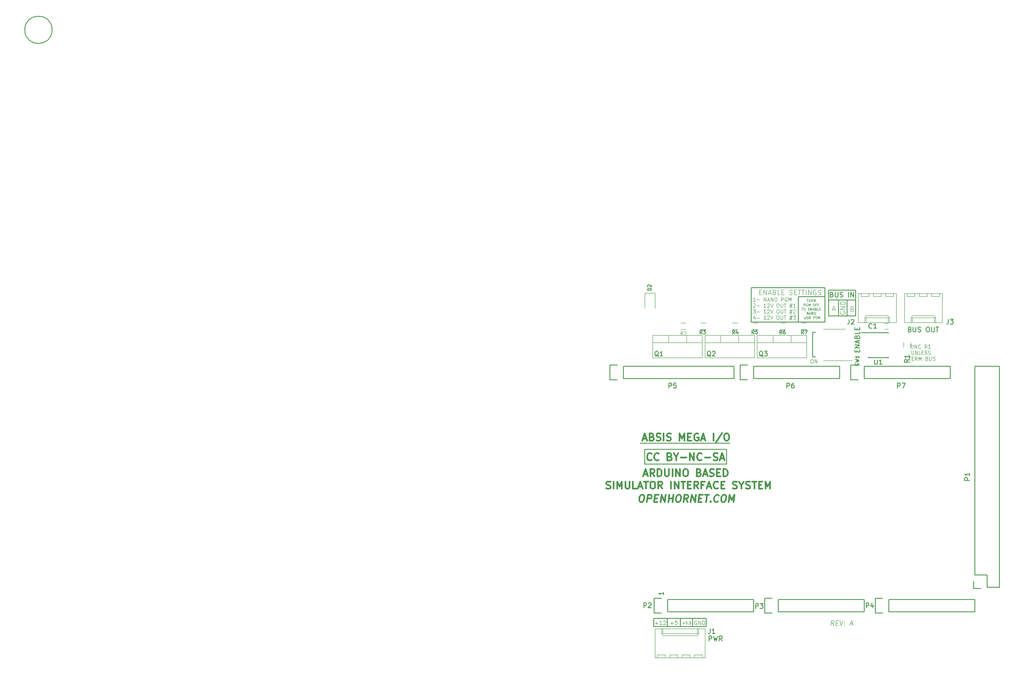
<source format=gto>
G04 #@! TF.FileFunction,Legend,Top*
%FSLAX46Y46*%
G04 Gerber Fmt 4.6, Leading zero omitted, Abs format (unit mm)*
G04 Created by KiCad (PCBNEW 4.0.7) date 02/19/18 15:41:51*
%MOMM*%
%LPD*%
G01*
G04 APERTURE LIST*
%ADD10C,0.100000*%
%ADD11C,0.125000*%
%ADD12C,0.150000*%
%ADD13C,0.300000*%
%ADD14C,0.110000*%
%ADD15C,0.120000*%
G04 APERTURE END LIST*
D10*
D11*
X164338805Y-123185181D02*
X164064995Y-122708990D01*
X163767376Y-123185181D02*
X163892376Y-122185181D01*
X164273329Y-122185181D01*
X164362615Y-122232800D01*
X164404282Y-122280419D01*
X164439996Y-122375657D01*
X164422139Y-122518514D01*
X164362615Y-122613752D01*
X164309044Y-122661371D01*
X164207853Y-122708990D01*
X163826900Y-122708990D01*
X164832853Y-122661371D02*
X165166187Y-122661371D01*
X165243567Y-123185181D02*
X164767376Y-123185181D01*
X164892376Y-122185181D01*
X165368567Y-122185181D01*
X165654281Y-122185181D02*
X165862614Y-123185181D01*
X166320948Y-122185181D01*
X166541186Y-123089943D02*
X166582853Y-123137562D01*
X166529281Y-123185181D01*
X166487615Y-123137562D01*
X166541186Y-123089943D01*
X166529281Y-123185181D01*
X166606662Y-122566133D02*
X166648329Y-122613752D01*
X166594758Y-122661371D01*
X166553091Y-122613752D01*
X166606662Y-122566133D01*
X166594758Y-122661371D01*
X167755472Y-122899467D02*
X168231663Y-122899467D01*
X167624519Y-123185181D02*
X168082852Y-122185181D01*
X168291186Y-123185181D01*
D12*
X157099000Y-55245000D02*
X157099000Y-60452000D01*
X162560000Y-55245000D02*
X157099000Y-55245000D01*
D11*
X148987666Y-54284571D02*
X149321000Y-54284571D01*
X149463857Y-54808381D02*
X148987666Y-54808381D01*
X148987666Y-53808381D01*
X149463857Y-53808381D01*
X149892428Y-54808381D02*
X149892428Y-53808381D01*
X150463857Y-54808381D01*
X150463857Y-53808381D01*
X150892428Y-54522667D02*
X151368619Y-54522667D01*
X150797190Y-54808381D02*
X151130523Y-53808381D01*
X151463857Y-54808381D01*
X152130524Y-54284571D02*
X152273381Y-54332190D01*
X152321000Y-54379810D01*
X152368619Y-54475048D01*
X152368619Y-54617905D01*
X152321000Y-54713143D01*
X152273381Y-54760762D01*
X152178143Y-54808381D01*
X151797190Y-54808381D01*
X151797190Y-53808381D01*
X152130524Y-53808381D01*
X152225762Y-53856000D01*
X152273381Y-53903619D01*
X152321000Y-53998857D01*
X152321000Y-54094095D01*
X152273381Y-54189333D01*
X152225762Y-54236952D01*
X152130524Y-54284571D01*
X151797190Y-54284571D01*
X153273381Y-54808381D02*
X152797190Y-54808381D01*
X152797190Y-53808381D01*
X153606714Y-54284571D02*
X153940048Y-54284571D01*
X154082905Y-54808381D02*
X153606714Y-54808381D01*
X153606714Y-53808381D01*
X154082905Y-53808381D01*
X155225762Y-54760762D02*
X155368619Y-54808381D01*
X155606715Y-54808381D01*
X155701953Y-54760762D01*
X155749572Y-54713143D01*
X155797191Y-54617905D01*
X155797191Y-54522667D01*
X155749572Y-54427429D01*
X155701953Y-54379810D01*
X155606715Y-54332190D01*
X155416238Y-54284571D01*
X155321000Y-54236952D01*
X155273381Y-54189333D01*
X155225762Y-54094095D01*
X155225762Y-53998857D01*
X155273381Y-53903619D01*
X155321000Y-53856000D01*
X155416238Y-53808381D01*
X155654334Y-53808381D01*
X155797191Y-53856000D01*
X156225762Y-54284571D02*
X156559096Y-54284571D01*
X156701953Y-54808381D02*
X156225762Y-54808381D01*
X156225762Y-53808381D01*
X156701953Y-53808381D01*
X156987667Y-53808381D02*
X157559096Y-53808381D01*
X157273381Y-54808381D02*
X157273381Y-53808381D01*
X157749572Y-53808381D02*
X158321001Y-53808381D01*
X158035286Y-54808381D02*
X158035286Y-53808381D01*
X158654334Y-54808381D02*
X158654334Y-53808381D01*
X159130524Y-54808381D02*
X159130524Y-53808381D01*
X159701953Y-54808381D01*
X159701953Y-53808381D01*
X160701953Y-53856000D02*
X160606715Y-53808381D01*
X160463858Y-53808381D01*
X160321000Y-53856000D01*
X160225762Y-53951238D01*
X160178143Y-54046476D01*
X160130524Y-54236952D01*
X160130524Y-54379810D01*
X160178143Y-54570286D01*
X160225762Y-54665524D01*
X160321000Y-54760762D01*
X160463858Y-54808381D01*
X160559096Y-54808381D01*
X160701953Y-54760762D01*
X160749572Y-54713143D01*
X160749572Y-54379810D01*
X160559096Y-54379810D01*
X161130524Y-54760762D02*
X161273381Y-54808381D01*
X161511477Y-54808381D01*
X161606715Y-54760762D01*
X161654334Y-54713143D01*
X161701953Y-54617905D01*
X161701953Y-54522667D01*
X161654334Y-54427429D01*
X161606715Y-54379810D01*
X161511477Y-54332190D01*
X161321000Y-54284571D01*
X161225762Y-54236952D01*
X161178143Y-54189333D01*
X161130524Y-54094095D01*
X161130524Y-53998857D01*
X161178143Y-53903619D01*
X161225762Y-53856000D01*
X161321000Y-53808381D01*
X161559096Y-53808381D01*
X161701953Y-53856000D01*
D13*
X124674192Y-96206571D02*
X124959906Y-96206571D01*
X125093835Y-96278000D01*
X125218835Y-96420857D01*
X125254549Y-96706571D01*
X125192049Y-97206571D01*
X125084906Y-97492286D01*
X124924192Y-97635143D01*
X124772406Y-97706571D01*
X124486692Y-97706571D01*
X124352763Y-97635143D01*
X124227763Y-97492286D01*
X124192049Y-97206571D01*
X124254549Y-96706571D01*
X124361692Y-96420857D01*
X124522406Y-96278000D01*
X124674192Y-96206571D01*
X125772407Y-97706571D02*
X125959907Y-96206571D01*
X126531335Y-96206571D01*
X126665264Y-96278000D01*
X126727763Y-96349429D01*
X126781335Y-96492286D01*
X126754550Y-96706571D01*
X126665263Y-96849429D01*
X126584907Y-96920857D01*
X126433120Y-96992286D01*
X125861692Y-96992286D01*
X127370621Y-96920857D02*
X127870621Y-96920857D01*
X127986693Y-97706571D02*
X127272407Y-97706571D01*
X127459907Y-96206571D01*
X128174193Y-96206571D01*
X128629550Y-97706571D02*
X128817050Y-96206571D01*
X129486693Y-97706571D01*
X129674193Y-96206571D01*
X130200979Y-97706571D02*
X130388479Y-96206571D01*
X130299193Y-96920857D02*
X131156336Y-96920857D01*
X131058122Y-97706571D02*
X131245622Y-96206571D01*
X132245622Y-96206571D02*
X132531336Y-96206571D01*
X132665265Y-96278000D01*
X132790265Y-96420857D01*
X132825979Y-96706571D01*
X132763479Y-97206571D01*
X132656336Y-97492286D01*
X132495622Y-97635143D01*
X132343836Y-97706571D01*
X132058122Y-97706571D01*
X131924193Y-97635143D01*
X131799193Y-97492286D01*
X131763479Y-97206571D01*
X131825979Y-96706571D01*
X131933122Y-96420857D01*
X132093836Y-96278000D01*
X132245622Y-96206571D01*
X134200980Y-97706571D02*
X133790265Y-96992286D01*
X133343837Y-97706571D02*
X133531337Y-96206571D01*
X134102765Y-96206571D01*
X134236694Y-96278000D01*
X134299193Y-96349429D01*
X134352765Y-96492286D01*
X134325980Y-96706571D01*
X134236693Y-96849429D01*
X134156337Y-96920857D01*
X134004550Y-96992286D01*
X133433122Y-96992286D01*
X134843837Y-97706571D02*
X135031337Y-96206571D01*
X135700980Y-97706571D01*
X135888480Y-96206571D01*
X136513480Y-96920857D02*
X137013480Y-96920857D01*
X137129552Y-97706571D02*
X136415266Y-97706571D01*
X136602766Y-96206571D01*
X137317052Y-96206571D01*
X137745623Y-96206571D02*
X138602766Y-96206571D01*
X137986695Y-97706571D02*
X138174195Y-96206571D01*
X138933123Y-97563714D02*
X138995622Y-97635143D01*
X138915266Y-97706571D01*
X138852765Y-97635143D01*
X138933123Y-97563714D01*
X138915266Y-97706571D01*
X140504552Y-97563714D02*
X140424194Y-97635143D01*
X140200980Y-97706571D01*
X140058123Y-97706571D01*
X139852766Y-97635143D01*
X139727765Y-97492286D01*
X139674194Y-97349429D01*
X139638480Y-97063714D01*
X139665265Y-96849429D01*
X139772409Y-96563714D01*
X139861694Y-96420857D01*
X140022409Y-96278000D01*
X140245623Y-96206571D01*
X140388480Y-96206571D01*
X140593837Y-96278000D01*
X140656337Y-96349429D01*
X141602766Y-96206571D02*
X141888480Y-96206571D01*
X142022409Y-96278000D01*
X142147409Y-96420857D01*
X142183123Y-96706571D01*
X142120623Y-97206571D01*
X142013480Y-97492286D01*
X141852766Y-97635143D01*
X141700980Y-97706571D01*
X141415266Y-97706571D01*
X141281337Y-97635143D01*
X141156337Y-97492286D01*
X141120623Y-97206571D01*
X141183123Y-96706571D01*
X141290266Y-96420857D01*
X141450980Y-96278000D01*
X141602766Y-96206571D01*
X142700981Y-97706571D02*
X142888481Y-96206571D01*
X143254552Y-97278000D01*
X143888481Y-96206571D01*
X143700981Y-97706571D01*
D11*
X180358142Y-65891286D02*
X180358142Y-65141286D01*
X180536714Y-65141286D01*
X180643857Y-65177000D01*
X180715285Y-65248429D01*
X180751000Y-65319857D01*
X180786714Y-65462714D01*
X180786714Y-65569857D01*
X180751000Y-65712714D01*
X180715285Y-65784143D01*
X180643857Y-65855571D01*
X180536714Y-65891286D01*
X180358142Y-65891286D01*
X181108142Y-65891286D02*
X181108142Y-65141286D01*
X181536714Y-65891286D01*
X181536714Y-65141286D01*
X182322428Y-65819857D02*
X182286714Y-65855571D01*
X182179571Y-65891286D01*
X182108142Y-65891286D01*
X182000999Y-65855571D01*
X181929571Y-65784143D01*
X181893856Y-65712714D01*
X181858142Y-65569857D01*
X181858142Y-65462714D01*
X181893856Y-65319857D01*
X181929571Y-65248429D01*
X182000999Y-65177000D01*
X182108142Y-65141286D01*
X182179571Y-65141286D01*
X182286714Y-65177000D01*
X182322428Y-65212714D01*
X183643857Y-65891286D02*
X183393857Y-65534143D01*
X183215285Y-65891286D02*
X183215285Y-65141286D01*
X183501000Y-65141286D01*
X183572428Y-65177000D01*
X183608143Y-65212714D01*
X183643857Y-65284143D01*
X183643857Y-65391286D01*
X183608143Y-65462714D01*
X183572428Y-65498429D01*
X183501000Y-65534143D01*
X183215285Y-65534143D01*
X184358143Y-65891286D02*
X183929571Y-65891286D01*
X184143857Y-65891286D02*
X184143857Y-65141286D01*
X184072428Y-65248429D01*
X184001000Y-65319857D01*
X183929571Y-65355571D01*
X180376000Y-66391286D02*
X180376000Y-66998429D01*
X180411715Y-67069857D01*
X180447429Y-67105571D01*
X180518858Y-67141286D01*
X180661715Y-67141286D01*
X180733143Y-67105571D01*
X180768858Y-67069857D01*
X180804572Y-66998429D01*
X180804572Y-66391286D01*
X181161714Y-67141286D02*
X181161714Y-66391286D01*
X181590286Y-67141286D01*
X181590286Y-66391286D01*
X182304571Y-67141286D02*
X181947428Y-67141286D01*
X181947428Y-66391286D01*
X182554571Y-66748429D02*
X182804571Y-66748429D01*
X182911714Y-67141286D02*
X182554571Y-67141286D01*
X182554571Y-66391286D01*
X182911714Y-66391286D01*
X183197428Y-67105571D02*
X183304571Y-67141286D01*
X183483142Y-67141286D01*
X183554571Y-67105571D01*
X183590285Y-67069857D01*
X183626000Y-66998429D01*
X183626000Y-66927000D01*
X183590285Y-66855571D01*
X183554571Y-66819857D01*
X183483142Y-66784143D01*
X183340285Y-66748429D01*
X183268857Y-66712714D01*
X183233142Y-66677000D01*
X183197428Y-66605571D01*
X183197428Y-66534143D01*
X183233142Y-66462714D01*
X183268857Y-66427000D01*
X183340285Y-66391286D01*
X183518857Y-66391286D01*
X183626000Y-66427000D01*
X183911714Y-67105571D02*
X184018857Y-67141286D01*
X184197428Y-67141286D01*
X184268857Y-67105571D01*
X184304571Y-67069857D01*
X184340286Y-66998429D01*
X184340286Y-66927000D01*
X184304571Y-66855571D01*
X184268857Y-66819857D01*
X184197428Y-66784143D01*
X184054571Y-66748429D01*
X183983143Y-66712714D01*
X183947428Y-66677000D01*
X183911714Y-66605571D01*
X183911714Y-66534143D01*
X183947428Y-66462714D01*
X183983143Y-66427000D01*
X184054571Y-66391286D01*
X184233143Y-66391286D01*
X184340286Y-66427000D01*
X179858143Y-67641286D02*
X180286714Y-67641286D01*
X180072428Y-68391286D02*
X180072428Y-67641286D01*
X180536714Y-67998429D02*
X180786714Y-67998429D01*
X180893857Y-68391286D02*
X180536714Y-68391286D01*
X180536714Y-67641286D01*
X180893857Y-67641286D01*
X181643857Y-68391286D02*
X181393857Y-68034143D01*
X181215285Y-68391286D02*
X181215285Y-67641286D01*
X181501000Y-67641286D01*
X181572428Y-67677000D01*
X181608143Y-67712714D01*
X181643857Y-67784143D01*
X181643857Y-67891286D01*
X181608143Y-67962714D01*
X181572428Y-67998429D01*
X181501000Y-68034143D01*
X181215285Y-68034143D01*
X181965285Y-68391286D02*
X181965285Y-67641286D01*
X182215285Y-68177000D01*
X182465285Y-67641286D01*
X182465285Y-68391286D01*
X183643857Y-67998429D02*
X183751000Y-68034143D01*
X183786715Y-68069857D01*
X183822429Y-68141286D01*
X183822429Y-68248429D01*
X183786715Y-68319857D01*
X183751000Y-68355571D01*
X183679572Y-68391286D01*
X183393857Y-68391286D01*
X183393857Y-67641286D01*
X183643857Y-67641286D01*
X183715286Y-67677000D01*
X183751000Y-67712714D01*
X183786715Y-67784143D01*
X183786715Y-67855571D01*
X183751000Y-67927000D01*
X183715286Y-67962714D01*
X183643857Y-67998429D01*
X183393857Y-67998429D01*
X184143857Y-67641286D02*
X184143857Y-68248429D01*
X184179572Y-68319857D01*
X184215286Y-68355571D01*
X184286715Y-68391286D01*
X184429572Y-68391286D01*
X184501000Y-68355571D01*
X184536715Y-68319857D01*
X184572429Y-68248429D01*
X184572429Y-67641286D01*
X184893857Y-68355571D02*
X185001000Y-68391286D01*
X185179571Y-68391286D01*
X185251000Y-68355571D01*
X185286714Y-68319857D01*
X185322429Y-68248429D01*
X185322429Y-68177000D01*
X185286714Y-68105571D01*
X185251000Y-68069857D01*
X185179571Y-68034143D01*
X185036714Y-67998429D01*
X184965286Y-67962714D01*
X184929571Y-67927000D01*
X184893857Y-67855571D01*
X184893857Y-67784143D01*
X184929571Y-67712714D01*
X184965286Y-67677000D01*
X185036714Y-67641286D01*
X185215286Y-67641286D01*
X185322429Y-67677000D01*
D12*
X165354000Y-55880000D02*
X165354000Y-59182000D01*
X167132000Y-55880000D02*
X167132000Y-59182000D01*
X168910000Y-59182000D02*
X168910000Y-55880000D01*
X163322000Y-59182000D02*
X168910000Y-59182000D01*
X163322000Y-55880000D02*
X163322000Y-59182000D01*
X163322000Y-55880000D02*
X163322000Y-53848000D01*
X168910000Y-55880000D02*
X163322000Y-55880000D01*
X168910000Y-53848000D02*
X168910000Y-55880000D01*
X163322000Y-53848000D02*
X168910000Y-53848000D01*
D11*
X165743000Y-58292904D02*
X165695381Y-58388142D01*
X165695381Y-58530999D01*
X165743000Y-58673857D01*
X165838238Y-58769095D01*
X165933476Y-58816714D01*
X166123952Y-58864333D01*
X166266810Y-58864333D01*
X166457286Y-58816714D01*
X166552524Y-58769095D01*
X166647762Y-58673857D01*
X166695381Y-58530999D01*
X166695381Y-58435761D01*
X166647762Y-58292904D01*
X166600143Y-58245285D01*
X166266810Y-58245285D01*
X166266810Y-58435761D01*
X166695381Y-57816714D02*
X165695381Y-57816714D01*
X166695381Y-57245285D01*
X165695381Y-57245285D01*
X166695381Y-56769095D02*
X165695381Y-56769095D01*
X165695381Y-56531000D01*
X165743000Y-56388142D01*
X165838238Y-56292904D01*
X165933476Y-56245285D01*
X166123952Y-56197666D01*
X166266810Y-56197666D01*
X166457286Y-56245285D01*
X166552524Y-56292904D01*
X166647762Y-56388142D01*
X166695381Y-56531000D01*
X166695381Y-56769095D01*
X168219429Y-57713571D02*
X168362286Y-57761190D01*
X168409905Y-57808810D01*
X168457524Y-57904048D01*
X168457524Y-58046905D01*
X168409905Y-58142143D01*
X168362286Y-58189762D01*
X168267048Y-58237381D01*
X167886095Y-58237381D01*
X167886095Y-57237381D01*
X168219429Y-57237381D01*
X168314667Y-57285000D01*
X168362286Y-57332619D01*
X168409905Y-57427857D01*
X168409905Y-57523095D01*
X168362286Y-57618333D01*
X168314667Y-57665952D01*
X168219429Y-57713571D01*
X167886095Y-57713571D01*
D12*
X147320000Y-60452000D02*
X147320000Y-53340000D01*
X162560000Y-60452000D02*
X147320000Y-60452000D01*
X162560000Y-53340000D02*
X162560000Y-60452000D01*
X147320000Y-53340000D02*
X162560000Y-53340000D01*
D11*
X164099905Y-57824667D02*
X164576096Y-57824667D01*
X164004667Y-58110381D02*
X164338000Y-57110381D01*
X164671334Y-58110381D01*
X158785857Y-55761190D02*
X159071571Y-55761190D01*
X158928714Y-56261190D02*
X158928714Y-55761190D01*
X159238238Y-55761190D02*
X159238238Y-56165952D01*
X159262047Y-56213571D01*
X159285857Y-56237381D01*
X159333476Y-56261190D01*
X159428714Y-56261190D01*
X159476333Y-56237381D01*
X159500142Y-56213571D01*
X159523952Y-56165952D01*
X159523952Y-55761190D01*
X160047762Y-56261190D02*
X159881095Y-56023095D01*
X159762048Y-56261190D02*
X159762048Y-55761190D01*
X159952524Y-55761190D01*
X160000143Y-55785000D01*
X160023952Y-55808810D01*
X160047762Y-55856429D01*
X160047762Y-55927857D01*
X160023952Y-55975476D01*
X160000143Y-55999286D01*
X159952524Y-56023095D01*
X159762048Y-56023095D01*
X160262048Y-56261190D02*
X160262048Y-55761190D01*
X160547762Y-56261190D01*
X160547762Y-55761190D01*
X158154906Y-57136190D02*
X158154906Y-56636190D01*
X158345382Y-56636190D01*
X158393001Y-56660000D01*
X158416810Y-56683810D01*
X158440620Y-56731429D01*
X158440620Y-56802857D01*
X158416810Y-56850476D01*
X158393001Y-56874286D01*
X158345382Y-56898095D01*
X158154906Y-56898095D01*
X158916810Y-56660000D02*
X158869191Y-56636190D01*
X158797763Y-56636190D01*
X158726334Y-56660000D01*
X158678715Y-56707619D01*
X158654906Y-56755238D01*
X158631096Y-56850476D01*
X158631096Y-56921905D01*
X158654906Y-57017143D01*
X158678715Y-57064762D01*
X158726334Y-57112381D01*
X158797763Y-57136190D01*
X158845382Y-57136190D01*
X158916810Y-57112381D01*
X158940620Y-57088571D01*
X158940620Y-56921905D01*
X158845382Y-56921905D01*
X159154906Y-57136190D02*
X159154906Y-56636190D01*
X159321572Y-56993333D01*
X159488239Y-56636190D01*
X159488239Y-57136190D01*
X160202525Y-56636190D02*
X160297763Y-56636190D01*
X160345382Y-56660000D01*
X160393001Y-56707619D01*
X160416810Y-56802857D01*
X160416810Y-56969524D01*
X160393001Y-57064762D01*
X160345382Y-57112381D01*
X160297763Y-57136190D01*
X160202525Y-57136190D01*
X160154906Y-57112381D01*
X160107287Y-57064762D01*
X160083477Y-56969524D01*
X160083477Y-56802857D01*
X160107287Y-56707619D01*
X160154906Y-56660000D01*
X160202525Y-56636190D01*
X160797763Y-56874286D02*
X160631097Y-56874286D01*
X160631097Y-57136190D02*
X160631097Y-56636190D01*
X160869192Y-56636190D01*
X161226334Y-56874286D02*
X161059668Y-56874286D01*
X161059668Y-57136190D02*
X161059668Y-56636190D01*
X161297763Y-56636190D01*
X157726334Y-57511190D02*
X158012048Y-57511190D01*
X157869191Y-58011190D02*
X157869191Y-57511190D01*
X158273953Y-57511190D02*
X158369191Y-57511190D01*
X158416810Y-57535000D01*
X158464429Y-57582619D01*
X158488238Y-57677857D01*
X158488238Y-57844524D01*
X158464429Y-57939762D01*
X158416810Y-57987381D01*
X158369191Y-58011190D01*
X158273953Y-58011190D01*
X158226334Y-57987381D01*
X158178715Y-57939762D01*
X158154905Y-57844524D01*
X158154905Y-57677857D01*
X158178715Y-57582619D01*
X158226334Y-57535000D01*
X158273953Y-57511190D01*
X159083477Y-57749286D02*
X159250143Y-57749286D01*
X159321572Y-58011190D02*
X159083477Y-58011190D01*
X159083477Y-57511190D01*
X159321572Y-57511190D01*
X159535858Y-58011190D02*
X159535858Y-57511190D01*
X159821572Y-58011190D01*
X159821572Y-57511190D01*
X160035858Y-57868333D02*
X160273953Y-57868333D01*
X159988239Y-58011190D02*
X160154906Y-57511190D01*
X160321572Y-58011190D01*
X160654905Y-57749286D02*
X160726334Y-57773095D01*
X160750143Y-57796905D01*
X160773953Y-57844524D01*
X160773953Y-57915952D01*
X160750143Y-57963571D01*
X160726334Y-57987381D01*
X160678715Y-58011190D01*
X160488239Y-58011190D01*
X160488239Y-57511190D01*
X160654905Y-57511190D01*
X160702524Y-57535000D01*
X160726334Y-57558810D01*
X160750143Y-57606429D01*
X160750143Y-57654048D01*
X160726334Y-57701667D01*
X160702524Y-57725476D01*
X160654905Y-57749286D01*
X160488239Y-57749286D01*
X161226334Y-58011190D02*
X160988239Y-58011190D01*
X160988239Y-57511190D01*
X161393001Y-57749286D02*
X161559667Y-57749286D01*
X161631096Y-58011190D02*
X161393001Y-58011190D01*
X161393001Y-57511190D01*
X161631096Y-57511190D01*
X158821572Y-58886190D02*
X158821572Y-58386190D01*
X159107286Y-58886190D01*
X159107286Y-58386190D01*
X159321572Y-58743333D02*
X159559667Y-58743333D01*
X159273953Y-58886190D02*
X159440620Y-58386190D01*
X159607286Y-58886190D01*
X159773953Y-58886190D02*
X159773953Y-58386190D01*
X160059667Y-58886190D01*
X160059667Y-58386190D01*
X160393001Y-58386190D02*
X160488239Y-58386190D01*
X160535858Y-58410000D01*
X160583477Y-58457619D01*
X160607286Y-58552857D01*
X160607286Y-58719524D01*
X160583477Y-58814762D01*
X160535858Y-58862381D01*
X160488239Y-58886190D01*
X160393001Y-58886190D01*
X160345382Y-58862381D01*
X160297763Y-58814762D01*
X160273953Y-58719524D01*
X160273953Y-58552857D01*
X160297763Y-58457619D01*
X160345382Y-58410000D01*
X160393001Y-58386190D01*
X158285858Y-59261190D02*
X158285858Y-59665952D01*
X158309667Y-59713571D01*
X158333477Y-59737381D01*
X158381096Y-59761190D01*
X158476334Y-59761190D01*
X158523953Y-59737381D01*
X158547762Y-59713571D01*
X158571572Y-59665952D01*
X158571572Y-59261190D01*
X158785858Y-59737381D02*
X158857287Y-59761190D01*
X158976334Y-59761190D01*
X159023953Y-59737381D01*
X159047763Y-59713571D01*
X159071572Y-59665952D01*
X159071572Y-59618333D01*
X159047763Y-59570714D01*
X159023953Y-59546905D01*
X158976334Y-59523095D01*
X158881096Y-59499286D01*
X158833477Y-59475476D01*
X158809668Y-59451667D01*
X158785858Y-59404048D01*
X158785858Y-59356429D01*
X158809668Y-59308810D01*
X158833477Y-59285000D01*
X158881096Y-59261190D01*
X159000144Y-59261190D01*
X159071572Y-59285000D01*
X159452524Y-59499286D02*
X159523953Y-59523095D01*
X159547762Y-59546905D01*
X159571572Y-59594524D01*
X159571572Y-59665952D01*
X159547762Y-59713571D01*
X159523953Y-59737381D01*
X159476334Y-59761190D01*
X159285858Y-59761190D01*
X159285858Y-59261190D01*
X159452524Y-59261190D01*
X159500143Y-59285000D01*
X159523953Y-59308810D01*
X159547762Y-59356429D01*
X159547762Y-59404048D01*
X159523953Y-59451667D01*
X159500143Y-59475476D01*
X159452524Y-59499286D01*
X159285858Y-59499286D01*
X160166810Y-59761190D02*
X160166810Y-59261190D01*
X160357286Y-59261190D01*
X160404905Y-59285000D01*
X160428714Y-59308810D01*
X160452524Y-59356429D01*
X160452524Y-59427857D01*
X160428714Y-59475476D01*
X160404905Y-59499286D01*
X160357286Y-59523095D01*
X160166810Y-59523095D01*
X160928714Y-59285000D02*
X160881095Y-59261190D01*
X160809667Y-59261190D01*
X160738238Y-59285000D01*
X160690619Y-59332619D01*
X160666810Y-59380238D01*
X160643000Y-59475476D01*
X160643000Y-59546905D01*
X160666810Y-59642143D01*
X160690619Y-59689762D01*
X160738238Y-59737381D01*
X160809667Y-59761190D01*
X160857286Y-59761190D01*
X160928714Y-59737381D01*
X160952524Y-59713571D01*
X160952524Y-59546905D01*
X160857286Y-59546905D01*
X161166810Y-59761190D02*
X161166810Y-59261190D01*
X161333476Y-59618333D01*
X161500143Y-59261190D01*
X161500143Y-59761190D01*
D12*
X160020000Y-67691000D02*
X160655000Y-67691000D01*
X160020000Y-62611000D02*
X160020000Y-67691000D01*
X160655000Y-62611000D02*
X160020000Y-62611000D01*
D11*
X159809715Y-68169286D02*
X159952572Y-68169286D01*
X160024000Y-68205000D01*
X160095429Y-68276429D01*
X160131143Y-68419286D01*
X160131143Y-68669286D01*
X160095429Y-68812143D01*
X160024000Y-68883571D01*
X159952572Y-68919286D01*
X159809715Y-68919286D01*
X159738286Y-68883571D01*
X159666857Y-68812143D01*
X159631143Y-68669286D01*
X159631143Y-68419286D01*
X159666857Y-68276429D01*
X159738286Y-68205000D01*
X159809715Y-68169286D01*
X160452571Y-68919286D02*
X160452571Y-68169286D01*
X160881143Y-68919286D01*
X160881143Y-68169286D01*
X148145429Y-56122286D02*
X147716857Y-56122286D01*
X147931143Y-56122286D02*
X147931143Y-55372286D01*
X147859714Y-55479429D01*
X147788286Y-55550857D01*
X147716857Y-55586571D01*
X148466857Y-55836571D02*
X149038286Y-55836571D01*
X149966857Y-56122286D02*
X149966857Y-55372286D01*
X150395429Y-56122286D01*
X150395429Y-55372286D01*
X150716857Y-55908000D02*
X151074000Y-55908000D01*
X150645429Y-56122286D02*
X150895429Y-55372286D01*
X151145429Y-56122286D01*
X151395428Y-56122286D02*
X151395428Y-55372286D01*
X151824000Y-56122286D01*
X151824000Y-55372286D01*
X152324000Y-55372286D02*
X152466857Y-55372286D01*
X152538285Y-55408000D01*
X152609714Y-55479429D01*
X152645428Y-55622286D01*
X152645428Y-55872286D01*
X152609714Y-56015143D01*
X152538285Y-56086571D01*
X152466857Y-56122286D01*
X152324000Y-56122286D01*
X152252571Y-56086571D01*
X152181142Y-56015143D01*
X152145428Y-55872286D01*
X152145428Y-55622286D01*
X152181142Y-55479429D01*
X152252571Y-55408000D01*
X152324000Y-55372286D01*
X153538285Y-56122286D02*
X153538285Y-55372286D01*
X153824000Y-55372286D01*
X153895428Y-55408000D01*
X153931143Y-55443714D01*
X153966857Y-55515143D01*
X153966857Y-55622286D01*
X153931143Y-55693714D01*
X153895428Y-55729429D01*
X153824000Y-55765143D01*
X153538285Y-55765143D01*
X154681143Y-55408000D02*
X154609714Y-55372286D01*
X154502571Y-55372286D01*
X154395428Y-55408000D01*
X154324000Y-55479429D01*
X154288285Y-55550857D01*
X154252571Y-55693714D01*
X154252571Y-55800857D01*
X154288285Y-55943714D01*
X154324000Y-56015143D01*
X154395428Y-56086571D01*
X154502571Y-56122286D01*
X154574000Y-56122286D01*
X154681143Y-56086571D01*
X154716857Y-56050857D01*
X154716857Y-55800857D01*
X154574000Y-55800857D01*
X155038285Y-56122286D02*
X155038285Y-55372286D01*
X155288285Y-55908000D01*
X155538285Y-55372286D01*
X155538285Y-56122286D01*
X147716857Y-56693714D02*
X147752571Y-56658000D01*
X147824000Y-56622286D01*
X148002571Y-56622286D01*
X148074000Y-56658000D01*
X148109714Y-56693714D01*
X148145429Y-56765143D01*
X148145429Y-56836571D01*
X148109714Y-56943714D01*
X147681143Y-57372286D01*
X148145429Y-57372286D01*
X148466857Y-57086571D02*
X149038286Y-57086571D01*
X150359715Y-57372286D02*
X149931143Y-57372286D01*
X150145429Y-57372286D02*
X150145429Y-56622286D01*
X150074000Y-56729429D01*
X150002572Y-56800857D01*
X149931143Y-56836571D01*
X150645429Y-56693714D02*
X150681143Y-56658000D01*
X150752572Y-56622286D01*
X150931143Y-56622286D01*
X151002572Y-56658000D01*
X151038286Y-56693714D01*
X151074001Y-56765143D01*
X151074001Y-56836571D01*
X151038286Y-56943714D01*
X150609715Y-57372286D01*
X151074001Y-57372286D01*
X151288287Y-56622286D02*
X151538287Y-57372286D01*
X151788287Y-56622286D01*
X152752573Y-56622286D02*
X152895430Y-56622286D01*
X152966858Y-56658000D01*
X153038287Y-56729429D01*
X153074001Y-56872286D01*
X153074001Y-57122286D01*
X153038287Y-57265143D01*
X152966858Y-57336571D01*
X152895430Y-57372286D01*
X152752573Y-57372286D01*
X152681144Y-57336571D01*
X152609715Y-57265143D01*
X152574001Y-57122286D01*
X152574001Y-56872286D01*
X152609715Y-56729429D01*
X152681144Y-56658000D01*
X152752573Y-56622286D01*
X153395429Y-56622286D02*
X153395429Y-57229429D01*
X153431144Y-57300857D01*
X153466858Y-57336571D01*
X153538287Y-57372286D01*
X153681144Y-57372286D01*
X153752572Y-57336571D01*
X153788287Y-57300857D01*
X153824001Y-57229429D01*
X153824001Y-56622286D01*
X154074001Y-56622286D02*
X154502572Y-56622286D01*
X154288286Y-57372286D02*
X154288286Y-56622286D01*
X155288287Y-56872286D02*
X155824001Y-56872286D01*
X155502573Y-56550857D02*
X155288287Y-57515143D01*
X155752573Y-57193714D02*
X155216859Y-57193714D01*
X155538287Y-57515143D02*
X155752573Y-56550857D01*
X156466859Y-57372286D02*
X156038287Y-57372286D01*
X156252573Y-57372286D02*
X156252573Y-56622286D01*
X156181144Y-56729429D01*
X156109716Y-56800857D01*
X156038287Y-56836571D01*
X147681143Y-57872286D02*
X148145429Y-57872286D01*
X147895429Y-58158000D01*
X148002571Y-58158000D01*
X148074000Y-58193714D01*
X148109714Y-58229429D01*
X148145429Y-58300857D01*
X148145429Y-58479429D01*
X148109714Y-58550857D01*
X148074000Y-58586571D01*
X148002571Y-58622286D01*
X147788286Y-58622286D01*
X147716857Y-58586571D01*
X147681143Y-58550857D01*
X148466857Y-58336571D02*
X149038286Y-58336571D01*
X150359715Y-58622286D02*
X149931143Y-58622286D01*
X150145429Y-58622286D02*
X150145429Y-57872286D01*
X150074000Y-57979429D01*
X150002572Y-58050857D01*
X149931143Y-58086571D01*
X150645429Y-57943714D02*
X150681143Y-57908000D01*
X150752572Y-57872286D01*
X150931143Y-57872286D01*
X151002572Y-57908000D01*
X151038286Y-57943714D01*
X151074001Y-58015143D01*
X151074001Y-58086571D01*
X151038286Y-58193714D01*
X150609715Y-58622286D01*
X151074001Y-58622286D01*
X151288287Y-57872286D02*
X151538287Y-58622286D01*
X151788287Y-57872286D01*
X152752573Y-57872286D02*
X152895430Y-57872286D01*
X152966858Y-57908000D01*
X153038287Y-57979429D01*
X153074001Y-58122286D01*
X153074001Y-58372286D01*
X153038287Y-58515143D01*
X152966858Y-58586571D01*
X152895430Y-58622286D01*
X152752573Y-58622286D01*
X152681144Y-58586571D01*
X152609715Y-58515143D01*
X152574001Y-58372286D01*
X152574001Y-58122286D01*
X152609715Y-57979429D01*
X152681144Y-57908000D01*
X152752573Y-57872286D01*
X153395429Y-57872286D02*
X153395429Y-58479429D01*
X153431144Y-58550857D01*
X153466858Y-58586571D01*
X153538287Y-58622286D01*
X153681144Y-58622286D01*
X153752572Y-58586571D01*
X153788287Y-58550857D01*
X153824001Y-58479429D01*
X153824001Y-57872286D01*
X154074001Y-57872286D02*
X154502572Y-57872286D01*
X154288286Y-58622286D02*
X154288286Y-57872286D01*
X155288287Y-58122286D02*
X155824001Y-58122286D01*
X155502573Y-57800857D02*
X155288287Y-58765143D01*
X155752573Y-58443714D02*
X155216859Y-58443714D01*
X155538287Y-58765143D02*
X155752573Y-57800857D01*
X156038287Y-57943714D02*
X156074001Y-57908000D01*
X156145430Y-57872286D01*
X156324001Y-57872286D01*
X156395430Y-57908000D01*
X156431144Y-57943714D01*
X156466859Y-58015143D01*
X156466859Y-58086571D01*
X156431144Y-58193714D01*
X156002573Y-58622286D01*
X156466859Y-58622286D01*
X148074000Y-59372286D02*
X148074000Y-59872286D01*
X147895429Y-59086571D02*
X147716857Y-59622286D01*
X148181143Y-59622286D01*
X148466857Y-59586571D02*
X149038286Y-59586571D01*
X150359715Y-59872286D02*
X149931143Y-59872286D01*
X150145429Y-59872286D02*
X150145429Y-59122286D01*
X150074000Y-59229429D01*
X150002572Y-59300857D01*
X149931143Y-59336571D01*
X150645429Y-59193714D02*
X150681143Y-59158000D01*
X150752572Y-59122286D01*
X150931143Y-59122286D01*
X151002572Y-59158000D01*
X151038286Y-59193714D01*
X151074001Y-59265143D01*
X151074001Y-59336571D01*
X151038286Y-59443714D01*
X150609715Y-59872286D01*
X151074001Y-59872286D01*
X151288287Y-59122286D02*
X151538287Y-59872286D01*
X151788287Y-59122286D01*
X152752573Y-59122286D02*
X152895430Y-59122286D01*
X152966858Y-59158000D01*
X153038287Y-59229429D01*
X153074001Y-59372286D01*
X153074001Y-59622286D01*
X153038287Y-59765143D01*
X152966858Y-59836571D01*
X152895430Y-59872286D01*
X152752573Y-59872286D01*
X152681144Y-59836571D01*
X152609715Y-59765143D01*
X152574001Y-59622286D01*
X152574001Y-59372286D01*
X152609715Y-59229429D01*
X152681144Y-59158000D01*
X152752573Y-59122286D01*
X153395429Y-59122286D02*
X153395429Y-59729429D01*
X153431144Y-59800857D01*
X153466858Y-59836571D01*
X153538287Y-59872286D01*
X153681144Y-59872286D01*
X153752572Y-59836571D01*
X153788287Y-59800857D01*
X153824001Y-59729429D01*
X153824001Y-59122286D01*
X154074001Y-59122286D02*
X154502572Y-59122286D01*
X154288286Y-59872286D02*
X154288286Y-59122286D01*
X155288287Y-59372286D02*
X155824001Y-59372286D01*
X155502573Y-59050857D02*
X155288287Y-60015143D01*
X155752573Y-59693714D02*
X155216859Y-59693714D01*
X155538287Y-60015143D02*
X155752573Y-59050857D01*
X156002573Y-59122286D02*
X156466859Y-59122286D01*
X156216859Y-59408000D01*
X156324001Y-59408000D01*
X156395430Y-59443714D01*
X156431144Y-59479429D01*
X156466859Y-59550857D01*
X156466859Y-59729429D01*
X156431144Y-59800857D01*
X156395430Y-59836571D01*
X156324001Y-59872286D01*
X156109716Y-59872286D01*
X156038287Y-59836571D01*
X156002573Y-59800857D01*
D14*
X136042477Y-122282000D02*
X135966286Y-122243905D01*
X135852001Y-122243905D01*
X135737715Y-122282000D01*
X135661524Y-122358190D01*
X135623429Y-122434381D01*
X135585334Y-122586762D01*
X135585334Y-122701048D01*
X135623429Y-122853429D01*
X135661524Y-122929619D01*
X135737715Y-123005810D01*
X135852001Y-123043905D01*
X135928191Y-123043905D01*
X136042477Y-123005810D01*
X136080572Y-122967714D01*
X136080572Y-122701048D01*
X135928191Y-122701048D01*
X136423429Y-123043905D02*
X136423429Y-122243905D01*
X136880572Y-123043905D01*
X136880572Y-122243905D01*
X137261524Y-123043905D02*
X137261524Y-122243905D01*
X137452000Y-122243905D01*
X137566286Y-122282000D01*
X137642477Y-122358190D01*
X137680572Y-122434381D01*
X137718667Y-122586762D01*
X137718667Y-122701048D01*
X137680572Y-122853429D01*
X137642477Y-122929619D01*
X137566286Y-123005810D01*
X137452000Y-123043905D01*
X137261524Y-123043905D01*
D12*
X132683000Y-123444000D02*
X132683000Y-121793000D01*
X135223000Y-123444000D02*
X135223000Y-121793000D01*
D14*
X130632286Y-122739143D02*
X131241810Y-122739143D01*
X130937048Y-123043905D02*
X130937048Y-122434381D01*
X132003715Y-122243905D02*
X131622762Y-122243905D01*
X131584667Y-122624857D01*
X131622762Y-122586762D01*
X131698953Y-122548667D01*
X131889429Y-122548667D01*
X131965619Y-122586762D01*
X132003715Y-122624857D01*
X132041810Y-122701048D01*
X132041810Y-122891524D01*
X132003715Y-122967714D01*
X131965619Y-123005810D01*
X131889429Y-123043905D01*
X131698953Y-123043905D01*
X131622762Y-123005810D01*
X131584667Y-122967714D01*
D12*
X138017000Y-121793000D02*
X138017000Y-123444000D01*
D14*
X127457333Y-122739143D02*
X128066857Y-122739143D01*
X127762095Y-123043905D02*
X127762095Y-122434381D01*
X128866857Y-123043905D02*
X128409714Y-123043905D01*
X128638285Y-123043905D02*
X128638285Y-122243905D01*
X128562095Y-122358190D01*
X128485904Y-122434381D01*
X128409714Y-122472476D01*
X129171619Y-122320095D02*
X129209714Y-122282000D01*
X129285905Y-122243905D01*
X129476381Y-122243905D01*
X129552571Y-122282000D01*
X129590667Y-122320095D01*
X129628762Y-122396286D01*
X129628762Y-122472476D01*
X129590667Y-122586762D01*
X129133524Y-123043905D01*
X129628762Y-123043905D01*
D12*
X137890000Y-123444000D02*
X127222000Y-123444000D01*
X127222000Y-121793000D02*
X138017000Y-121793000D01*
D14*
X133199287Y-122717714D02*
X133580239Y-122717714D01*
X133389763Y-122908190D02*
X133389763Y-122527238D01*
X133770716Y-122408190D02*
X134080239Y-122408190D01*
X133913573Y-122598667D01*
X133985001Y-122598667D01*
X134032620Y-122622476D01*
X134056430Y-122646286D01*
X134080239Y-122693905D01*
X134080239Y-122812952D01*
X134056430Y-122860571D01*
X134032620Y-122884381D01*
X133985001Y-122908190D01*
X133842144Y-122908190D01*
X133794525Y-122884381D01*
X133770716Y-122860571D01*
X134294525Y-122860571D02*
X134318334Y-122884381D01*
X134294525Y-122908190D01*
X134270715Y-122884381D01*
X134294525Y-122860571D01*
X134294525Y-122908190D01*
X134485001Y-122408190D02*
X134794524Y-122408190D01*
X134627858Y-122598667D01*
X134699286Y-122598667D01*
X134746905Y-122622476D01*
X134770715Y-122646286D01*
X134794524Y-122693905D01*
X134794524Y-122812952D01*
X134770715Y-122860571D01*
X134746905Y-122884381D01*
X134699286Y-122908190D01*
X134556429Y-122908190D01*
X134508810Y-122884381D01*
X134485001Y-122860571D01*
D12*
X130016000Y-123444000D02*
X130016000Y-121793000D01*
X127222000Y-123444000D02*
X127222000Y-121793000D01*
X124383800Y-85547200D02*
X142925800Y-85547200D01*
X2828427Y0D02*
G75*
G03X2828427Y0I-2828427J0D01*
G01*
X125349000Y-89814400D02*
X125349000Y-86766400D01*
X142240000Y-89814400D02*
X125349000Y-89814400D01*
X142240000Y-86766400D02*
X142240000Y-89814400D01*
X125349000Y-86766400D02*
X142240000Y-86766400D01*
D13*
X126731001Y-88953114D02*
X126659572Y-89024543D01*
X126445286Y-89095971D01*
X126302429Y-89095971D01*
X126088144Y-89024543D01*
X125945286Y-88881686D01*
X125873858Y-88738829D01*
X125802429Y-88453114D01*
X125802429Y-88238829D01*
X125873858Y-87953114D01*
X125945286Y-87810257D01*
X126088144Y-87667400D01*
X126302429Y-87595971D01*
X126445286Y-87595971D01*
X126659572Y-87667400D01*
X126731001Y-87738829D01*
X128231001Y-88953114D02*
X128159572Y-89024543D01*
X127945286Y-89095971D01*
X127802429Y-89095971D01*
X127588144Y-89024543D01*
X127445286Y-88881686D01*
X127373858Y-88738829D01*
X127302429Y-88453114D01*
X127302429Y-88238829D01*
X127373858Y-87953114D01*
X127445286Y-87810257D01*
X127588144Y-87667400D01*
X127802429Y-87595971D01*
X127945286Y-87595971D01*
X128159572Y-87667400D01*
X128231001Y-87738829D01*
X130516715Y-88310257D02*
X130731001Y-88381686D01*
X130802429Y-88453114D01*
X130873858Y-88595971D01*
X130873858Y-88810257D01*
X130802429Y-88953114D01*
X130731001Y-89024543D01*
X130588143Y-89095971D01*
X130016715Y-89095971D01*
X130016715Y-87595971D01*
X130516715Y-87595971D01*
X130659572Y-87667400D01*
X130731001Y-87738829D01*
X130802429Y-87881686D01*
X130802429Y-88024543D01*
X130731001Y-88167400D01*
X130659572Y-88238829D01*
X130516715Y-88310257D01*
X130016715Y-88310257D01*
X131802429Y-88381686D02*
X131802429Y-89095971D01*
X131302429Y-87595971D02*
X131802429Y-88381686D01*
X132302429Y-87595971D01*
X132802429Y-88524543D02*
X133945286Y-88524543D01*
X134659572Y-89095971D02*
X134659572Y-87595971D01*
X135516715Y-89095971D01*
X135516715Y-87595971D01*
X137088144Y-88953114D02*
X137016715Y-89024543D01*
X136802429Y-89095971D01*
X136659572Y-89095971D01*
X136445287Y-89024543D01*
X136302429Y-88881686D01*
X136231001Y-88738829D01*
X136159572Y-88453114D01*
X136159572Y-88238829D01*
X136231001Y-87953114D01*
X136302429Y-87810257D01*
X136445287Y-87667400D01*
X136659572Y-87595971D01*
X136802429Y-87595971D01*
X137016715Y-87667400D01*
X137088144Y-87738829D01*
X137731001Y-88524543D02*
X138873858Y-88524543D01*
X139516715Y-89024543D02*
X139731001Y-89095971D01*
X140088144Y-89095971D01*
X140231001Y-89024543D01*
X140302430Y-88953114D01*
X140373858Y-88810257D01*
X140373858Y-88667400D01*
X140302430Y-88524543D01*
X140231001Y-88453114D01*
X140088144Y-88381686D01*
X139802430Y-88310257D01*
X139659572Y-88238829D01*
X139588144Y-88167400D01*
X139516715Y-88024543D01*
X139516715Y-87881686D01*
X139588144Y-87738829D01*
X139659572Y-87667400D01*
X139802430Y-87595971D01*
X140159572Y-87595971D01*
X140373858Y-87667400D01*
X140945286Y-88667400D02*
X141659572Y-88667400D01*
X140802429Y-89095971D02*
X141302429Y-87595971D01*
X141802429Y-89095971D01*
X124965143Y-84578000D02*
X125679429Y-84578000D01*
X124822286Y-85006571D02*
X125322286Y-83506571D01*
X125822286Y-85006571D01*
X126822286Y-84220857D02*
X127036572Y-84292286D01*
X127108000Y-84363714D01*
X127179429Y-84506571D01*
X127179429Y-84720857D01*
X127108000Y-84863714D01*
X127036572Y-84935143D01*
X126893714Y-85006571D01*
X126322286Y-85006571D01*
X126322286Y-83506571D01*
X126822286Y-83506571D01*
X126965143Y-83578000D01*
X127036572Y-83649429D01*
X127108000Y-83792286D01*
X127108000Y-83935143D01*
X127036572Y-84078000D01*
X126965143Y-84149429D01*
X126822286Y-84220857D01*
X126322286Y-84220857D01*
X127750857Y-84935143D02*
X127965143Y-85006571D01*
X128322286Y-85006571D01*
X128465143Y-84935143D01*
X128536572Y-84863714D01*
X128608000Y-84720857D01*
X128608000Y-84578000D01*
X128536572Y-84435143D01*
X128465143Y-84363714D01*
X128322286Y-84292286D01*
X128036572Y-84220857D01*
X127893714Y-84149429D01*
X127822286Y-84078000D01*
X127750857Y-83935143D01*
X127750857Y-83792286D01*
X127822286Y-83649429D01*
X127893714Y-83578000D01*
X128036572Y-83506571D01*
X128393714Y-83506571D01*
X128608000Y-83578000D01*
X129250857Y-85006571D02*
X129250857Y-83506571D01*
X129893714Y-84935143D02*
X130108000Y-85006571D01*
X130465143Y-85006571D01*
X130608000Y-84935143D01*
X130679429Y-84863714D01*
X130750857Y-84720857D01*
X130750857Y-84578000D01*
X130679429Y-84435143D01*
X130608000Y-84363714D01*
X130465143Y-84292286D01*
X130179429Y-84220857D01*
X130036571Y-84149429D01*
X129965143Y-84078000D01*
X129893714Y-83935143D01*
X129893714Y-83792286D01*
X129965143Y-83649429D01*
X130036571Y-83578000D01*
X130179429Y-83506571D01*
X130536571Y-83506571D01*
X130750857Y-83578000D01*
X132536571Y-85006571D02*
X132536571Y-83506571D01*
X133036571Y-84578000D01*
X133536571Y-83506571D01*
X133536571Y-85006571D01*
X134250857Y-84220857D02*
X134750857Y-84220857D01*
X134965143Y-85006571D02*
X134250857Y-85006571D01*
X134250857Y-83506571D01*
X134965143Y-83506571D01*
X136393714Y-83578000D02*
X136250857Y-83506571D01*
X136036571Y-83506571D01*
X135822286Y-83578000D01*
X135679428Y-83720857D01*
X135608000Y-83863714D01*
X135536571Y-84149429D01*
X135536571Y-84363714D01*
X135608000Y-84649429D01*
X135679428Y-84792286D01*
X135822286Y-84935143D01*
X136036571Y-85006571D01*
X136179428Y-85006571D01*
X136393714Y-84935143D01*
X136465143Y-84863714D01*
X136465143Y-84363714D01*
X136179428Y-84363714D01*
X137036571Y-84578000D02*
X137750857Y-84578000D01*
X136893714Y-85006571D02*
X137393714Y-83506571D01*
X137893714Y-85006571D01*
X139536571Y-85006571D02*
X139536571Y-83506571D01*
X141322285Y-83435143D02*
X140036571Y-85363714D01*
X142108000Y-83506571D02*
X142393714Y-83506571D01*
X142536572Y-83578000D01*
X142679429Y-83720857D01*
X142750857Y-84006571D01*
X142750857Y-84506571D01*
X142679429Y-84792286D01*
X142536572Y-84935143D01*
X142393714Y-85006571D01*
X142108000Y-85006571D01*
X141965143Y-84935143D01*
X141822286Y-84792286D01*
X141750857Y-84506571D01*
X141750857Y-84006571D01*
X141822286Y-83720857D01*
X141965143Y-83578000D01*
X142108000Y-83506571D01*
X125116000Y-91964400D02*
X125830286Y-91964400D01*
X124973143Y-92392971D02*
X125473143Y-90892971D01*
X125973143Y-92392971D01*
X127330286Y-92392971D02*
X126830286Y-91678686D01*
X126473143Y-92392971D02*
X126473143Y-90892971D01*
X127044571Y-90892971D01*
X127187429Y-90964400D01*
X127258857Y-91035829D01*
X127330286Y-91178686D01*
X127330286Y-91392971D01*
X127258857Y-91535829D01*
X127187429Y-91607257D01*
X127044571Y-91678686D01*
X126473143Y-91678686D01*
X127973143Y-92392971D02*
X127973143Y-90892971D01*
X128330286Y-90892971D01*
X128544571Y-90964400D01*
X128687429Y-91107257D01*
X128758857Y-91250114D01*
X128830286Y-91535829D01*
X128830286Y-91750114D01*
X128758857Y-92035829D01*
X128687429Y-92178686D01*
X128544571Y-92321543D01*
X128330286Y-92392971D01*
X127973143Y-92392971D01*
X129473143Y-90892971D02*
X129473143Y-92107257D01*
X129544571Y-92250114D01*
X129616000Y-92321543D01*
X129758857Y-92392971D01*
X130044571Y-92392971D01*
X130187429Y-92321543D01*
X130258857Y-92250114D01*
X130330286Y-92107257D01*
X130330286Y-90892971D01*
X131044572Y-92392971D02*
X131044572Y-90892971D01*
X131758858Y-92392971D02*
X131758858Y-90892971D01*
X132616001Y-92392971D01*
X132616001Y-90892971D01*
X133616001Y-90892971D02*
X133901715Y-90892971D01*
X134044573Y-90964400D01*
X134187430Y-91107257D01*
X134258858Y-91392971D01*
X134258858Y-91892971D01*
X134187430Y-92178686D01*
X134044573Y-92321543D01*
X133901715Y-92392971D01*
X133616001Y-92392971D01*
X133473144Y-92321543D01*
X133330287Y-92178686D01*
X133258858Y-91892971D01*
X133258858Y-91392971D01*
X133330287Y-91107257D01*
X133473144Y-90964400D01*
X133616001Y-90892971D01*
X136544573Y-91607257D02*
X136758859Y-91678686D01*
X136830287Y-91750114D01*
X136901716Y-91892971D01*
X136901716Y-92107257D01*
X136830287Y-92250114D01*
X136758859Y-92321543D01*
X136616001Y-92392971D01*
X136044573Y-92392971D01*
X136044573Y-90892971D01*
X136544573Y-90892971D01*
X136687430Y-90964400D01*
X136758859Y-91035829D01*
X136830287Y-91178686D01*
X136830287Y-91321543D01*
X136758859Y-91464400D01*
X136687430Y-91535829D01*
X136544573Y-91607257D01*
X136044573Y-91607257D01*
X137473144Y-91964400D02*
X138187430Y-91964400D01*
X137330287Y-92392971D02*
X137830287Y-90892971D01*
X138330287Y-92392971D01*
X138758858Y-92321543D02*
X138973144Y-92392971D01*
X139330287Y-92392971D01*
X139473144Y-92321543D01*
X139544573Y-92250114D01*
X139616001Y-92107257D01*
X139616001Y-91964400D01*
X139544573Y-91821543D01*
X139473144Y-91750114D01*
X139330287Y-91678686D01*
X139044573Y-91607257D01*
X138901715Y-91535829D01*
X138830287Y-91464400D01*
X138758858Y-91321543D01*
X138758858Y-91178686D01*
X138830287Y-91035829D01*
X138901715Y-90964400D01*
X139044573Y-90892971D01*
X139401715Y-90892971D01*
X139616001Y-90964400D01*
X140258858Y-91607257D02*
X140758858Y-91607257D01*
X140973144Y-92392971D02*
X140258858Y-92392971D01*
X140258858Y-90892971D01*
X140973144Y-90892971D01*
X141616001Y-92392971D02*
X141616001Y-90892971D01*
X141973144Y-90892971D01*
X142187429Y-90964400D01*
X142330287Y-91107257D01*
X142401715Y-91250114D01*
X142473144Y-91535829D01*
X142473144Y-91750114D01*
X142401715Y-92035829D01*
X142330287Y-92178686D01*
X142187429Y-92321543D01*
X141973144Y-92392971D01*
X141616001Y-92392971D01*
X117401714Y-94871543D02*
X117616000Y-94942971D01*
X117973143Y-94942971D01*
X118116000Y-94871543D01*
X118187429Y-94800114D01*
X118258857Y-94657257D01*
X118258857Y-94514400D01*
X118187429Y-94371543D01*
X118116000Y-94300114D01*
X117973143Y-94228686D01*
X117687429Y-94157257D01*
X117544571Y-94085829D01*
X117473143Y-94014400D01*
X117401714Y-93871543D01*
X117401714Y-93728686D01*
X117473143Y-93585829D01*
X117544571Y-93514400D01*
X117687429Y-93442971D01*
X118044571Y-93442971D01*
X118258857Y-93514400D01*
X118901714Y-94942971D02*
X118901714Y-93442971D01*
X119616000Y-94942971D02*
X119616000Y-93442971D01*
X120116000Y-94514400D01*
X120616000Y-93442971D01*
X120616000Y-94942971D01*
X121330286Y-93442971D02*
X121330286Y-94657257D01*
X121401714Y-94800114D01*
X121473143Y-94871543D01*
X121616000Y-94942971D01*
X121901714Y-94942971D01*
X122044572Y-94871543D01*
X122116000Y-94800114D01*
X122187429Y-94657257D01*
X122187429Y-93442971D01*
X123616001Y-94942971D02*
X122901715Y-94942971D01*
X122901715Y-93442971D01*
X124044572Y-94514400D02*
X124758858Y-94514400D01*
X123901715Y-94942971D02*
X124401715Y-93442971D01*
X124901715Y-94942971D01*
X125187429Y-93442971D02*
X126044572Y-93442971D01*
X125616001Y-94942971D02*
X125616001Y-93442971D01*
X126830286Y-93442971D02*
X127116000Y-93442971D01*
X127258858Y-93514400D01*
X127401715Y-93657257D01*
X127473143Y-93942971D01*
X127473143Y-94442971D01*
X127401715Y-94728686D01*
X127258858Y-94871543D01*
X127116000Y-94942971D01*
X126830286Y-94942971D01*
X126687429Y-94871543D01*
X126544572Y-94728686D01*
X126473143Y-94442971D01*
X126473143Y-93942971D01*
X126544572Y-93657257D01*
X126687429Y-93514400D01*
X126830286Y-93442971D01*
X128973144Y-94942971D02*
X128473144Y-94228686D01*
X128116001Y-94942971D02*
X128116001Y-93442971D01*
X128687429Y-93442971D01*
X128830287Y-93514400D01*
X128901715Y-93585829D01*
X128973144Y-93728686D01*
X128973144Y-93942971D01*
X128901715Y-94085829D01*
X128830287Y-94157257D01*
X128687429Y-94228686D01*
X128116001Y-94228686D01*
X130758858Y-94942971D02*
X130758858Y-93442971D01*
X131473144Y-94942971D02*
X131473144Y-93442971D01*
X132330287Y-94942971D01*
X132330287Y-93442971D01*
X132830287Y-93442971D02*
X133687430Y-93442971D01*
X133258859Y-94942971D02*
X133258859Y-93442971D01*
X134187430Y-94157257D02*
X134687430Y-94157257D01*
X134901716Y-94942971D02*
X134187430Y-94942971D01*
X134187430Y-93442971D01*
X134901716Y-93442971D01*
X136401716Y-94942971D02*
X135901716Y-94228686D01*
X135544573Y-94942971D02*
X135544573Y-93442971D01*
X136116001Y-93442971D01*
X136258859Y-93514400D01*
X136330287Y-93585829D01*
X136401716Y-93728686D01*
X136401716Y-93942971D01*
X136330287Y-94085829D01*
X136258859Y-94157257D01*
X136116001Y-94228686D01*
X135544573Y-94228686D01*
X137544573Y-94157257D02*
X137044573Y-94157257D01*
X137044573Y-94942971D02*
X137044573Y-93442971D01*
X137758859Y-93442971D01*
X138258858Y-94514400D02*
X138973144Y-94514400D01*
X138116001Y-94942971D02*
X138616001Y-93442971D01*
X139116001Y-94942971D01*
X140473144Y-94800114D02*
X140401715Y-94871543D01*
X140187429Y-94942971D01*
X140044572Y-94942971D01*
X139830287Y-94871543D01*
X139687429Y-94728686D01*
X139616001Y-94585829D01*
X139544572Y-94300114D01*
X139544572Y-94085829D01*
X139616001Y-93800114D01*
X139687429Y-93657257D01*
X139830287Y-93514400D01*
X140044572Y-93442971D01*
X140187429Y-93442971D01*
X140401715Y-93514400D01*
X140473144Y-93585829D01*
X141116001Y-94157257D02*
X141616001Y-94157257D01*
X141830287Y-94942971D02*
X141116001Y-94942971D01*
X141116001Y-93442971D01*
X141830287Y-93442971D01*
X143544572Y-94871543D02*
X143758858Y-94942971D01*
X144116001Y-94942971D01*
X144258858Y-94871543D01*
X144330287Y-94800114D01*
X144401715Y-94657257D01*
X144401715Y-94514400D01*
X144330287Y-94371543D01*
X144258858Y-94300114D01*
X144116001Y-94228686D01*
X143830287Y-94157257D01*
X143687429Y-94085829D01*
X143616001Y-94014400D01*
X143544572Y-93871543D01*
X143544572Y-93728686D01*
X143616001Y-93585829D01*
X143687429Y-93514400D01*
X143830287Y-93442971D01*
X144187429Y-93442971D01*
X144401715Y-93514400D01*
X145330286Y-94228686D02*
X145330286Y-94942971D01*
X144830286Y-93442971D02*
X145330286Y-94228686D01*
X145830286Y-93442971D01*
X146258857Y-94871543D02*
X146473143Y-94942971D01*
X146830286Y-94942971D01*
X146973143Y-94871543D01*
X147044572Y-94800114D01*
X147116000Y-94657257D01*
X147116000Y-94514400D01*
X147044572Y-94371543D01*
X146973143Y-94300114D01*
X146830286Y-94228686D01*
X146544572Y-94157257D01*
X146401714Y-94085829D01*
X146330286Y-94014400D01*
X146258857Y-93871543D01*
X146258857Y-93728686D01*
X146330286Y-93585829D01*
X146401714Y-93514400D01*
X146544572Y-93442971D01*
X146901714Y-93442971D01*
X147116000Y-93514400D01*
X147544571Y-93442971D02*
X148401714Y-93442971D01*
X147973143Y-94942971D02*
X147973143Y-93442971D01*
X148901714Y-94157257D02*
X149401714Y-94157257D01*
X149616000Y-94942971D02*
X148901714Y-94942971D01*
X148901714Y-93442971D01*
X149616000Y-93442971D01*
X150258857Y-94942971D02*
X150258857Y-93442971D01*
X150758857Y-94514400D01*
X151258857Y-93442971D01*
X151258857Y-94942971D01*
D12*
X129230381Y-116300285D02*
X129230381Y-116871714D01*
X129230381Y-116586000D02*
X128230381Y-116586000D01*
X128373238Y-116681238D01*
X128468476Y-116776476D01*
X128516095Y-116871714D01*
D15*
X137768000Y-129893000D02*
X137768000Y-123893000D01*
X137768000Y-123893000D02*
X127408000Y-123893000D01*
X127408000Y-123893000D02*
X127408000Y-129893000D01*
X127408000Y-129893000D02*
X137768000Y-129893000D01*
X136398000Y-123893000D02*
X136398000Y-124893000D01*
X136398000Y-124893000D02*
X128778000Y-124893000D01*
X128778000Y-124893000D02*
X128778000Y-123893000D01*
X136398000Y-124893000D02*
X136148000Y-125323000D01*
X136148000Y-125323000D02*
X129028000Y-125323000D01*
X129028000Y-125323000D02*
X128778000Y-124893000D01*
X136148000Y-123893000D02*
X136148000Y-124893000D01*
X129028000Y-123893000D02*
X129028000Y-124893000D01*
X137198000Y-129893000D02*
X137198000Y-129273000D01*
X137198000Y-129273000D02*
X135598000Y-129273000D01*
X135598000Y-129273000D02*
X135598000Y-129893000D01*
X134658000Y-129893000D02*
X134658000Y-129273000D01*
X134658000Y-129273000D02*
X133058000Y-129273000D01*
X133058000Y-129273000D02*
X133058000Y-129893000D01*
X132118000Y-129893000D02*
X132118000Y-129273000D01*
X132118000Y-129273000D02*
X130518000Y-129273000D01*
X130518000Y-129273000D02*
X130518000Y-129893000D01*
X129578000Y-129893000D02*
X129578000Y-129273000D01*
X129578000Y-129273000D02*
X127978000Y-129273000D01*
X127978000Y-129273000D02*
X127978000Y-129893000D01*
X175600000Y-61906000D02*
X174900000Y-61906000D01*
X174900000Y-60706000D02*
X175600000Y-60706000D01*
X127425000Y-54418000D02*
X125305000Y-54418000D01*
X127425000Y-57618000D02*
X127425000Y-54418000D01*
X125305000Y-54418000D02*
X125305000Y-57618000D01*
D12*
X171525000Y-62636000D02*
X171525000Y-62686000D01*
X175675000Y-62636000D02*
X175675000Y-62781000D01*
X175675000Y-67786000D02*
X175675000Y-67641000D01*
X171525000Y-67786000D02*
X171525000Y-67641000D01*
X171525000Y-62636000D02*
X175675000Y-62636000D01*
X171525000Y-67786000D02*
X175675000Y-67786000D01*
X171525000Y-62686000D02*
X170125000Y-62686000D01*
D15*
X137755000Y-63166000D02*
X147995000Y-63166000D01*
X137755000Y-67807000D02*
X147995000Y-67807000D01*
X137755000Y-63166000D02*
X137755000Y-67807000D01*
X147995000Y-63166000D02*
X147995000Y-67807000D01*
X137755000Y-64676000D02*
X147995000Y-64676000D01*
X141025000Y-63166000D02*
X141025000Y-64676000D01*
X144726000Y-63166000D02*
X144726000Y-64676000D01*
D12*
X198628000Y-115316000D02*
X198628000Y-69596000D01*
X193548000Y-69596000D02*
X193548000Y-112776000D01*
X198628000Y-69596000D02*
X193548000Y-69596000D01*
X198628000Y-115316000D02*
X196088000Y-115316000D01*
X193268000Y-114046000D02*
X193268000Y-115596000D01*
X196088000Y-115316000D02*
X196088000Y-112776000D01*
X196088000Y-112776000D02*
X193548000Y-112776000D01*
X193268000Y-115596000D02*
X194818000Y-115596000D01*
X130048000Y-120396000D02*
X147828000Y-120396000D01*
X147828000Y-120396000D02*
X147828000Y-117856000D01*
X147828000Y-117856000D02*
X130048000Y-117856000D01*
X127228000Y-120676000D02*
X128778000Y-120676000D01*
X130048000Y-120396000D02*
X130048000Y-117856000D01*
X128778000Y-117576000D02*
X127228000Y-117576000D01*
X127228000Y-117576000D02*
X127228000Y-120676000D01*
X152908000Y-120396000D02*
X170688000Y-120396000D01*
X170688000Y-120396000D02*
X170688000Y-117856000D01*
X170688000Y-117856000D02*
X152908000Y-117856000D01*
X150088000Y-120676000D02*
X151638000Y-120676000D01*
X152908000Y-120396000D02*
X152908000Y-117856000D01*
X151638000Y-117576000D02*
X150088000Y-117576000D01*
X150088000Y-117576000D02*
X150088000Y-120676000D01*
X175768000Y-120396000D02*
X193548000Y-120396000D01*
X193548000Y-120396000D02*
X193548000Y-117856000D01*
X193548000Y-117856000D02*
X175768000Y-117856000D01*
X172948000Y-120676000D02*
X174498000Y-120676000D01*
X175768000Y-120396000D02*
X175768000Y-117856000D01*
X174498000Y-117576000D02*
X172948000Y-117576000D01*
X172948000Y-117576000D02*
X172948000Y-120676000D01*
X120904000Y-72136000D02*
X143764000Y-72136000D01*
X143764000Y-72136000D02*
X143764000Y-69596000D01*
X143764000Y-69596000D02*
X120904000Y-69596000D01*
X118084000Y-72416000D02*
X119634000Y-72416000D01*
X120904000Y-72136000D02*
X120904000Y-69596000D01*
X119634000Y-69316000D02*
X118084000Y-69316000D01*
X118084000Y-69316000D02*
X118084000Y-72416000D01*
X147828000Y-72136000D02*
X165608000Y-72136000D01*
X165608000Y-72136000D02*
X165608000Y-69596000D01*
X165608000Y-69596000D02*
X147828000Y-69596000D01*
X145008000Y-72416000D02*
X146558000Y-72416000D01*
X147828000Y-72136000D02*
X147828000Y-69596000D01*
X146558000Y-69316000D02*
X145008000Y-69316000D01*
X145008000Y-69316000D02*
X145008000Y-72416000D01*
X170688000Y-72136000D02*
X188468000Y-72136000D01*
X188468000Y-72136000D02*
X188468000Y-69596000D01*
X188468000Y-69596000D02*
X170688000Y-69596000D01*
X167868000Y-72416000D02*
X169418000Y-72416000D01*
X170688000Y-72136000D02*
X170688000Y-69596000D01*
X169418000Y-69316000D02*
X167868000Y-69316000D01*
X167868000Y-69316000D02*
X167868000Y-72416000D01*
D15*
X178870000Y-65656000D02*
X178870000Y-64656000D01*
X180230000Y-64656000D02*
X180230000Y-65656000D01*
X169445000Y-54511000D02*
X169445000Y-60511000D01*
X169445000Y-60511000D02*
X177265000Y-60511000D01*
X177265000Y-60511000D02*
X177265000Y-54511000D01*
X177265000Y-54511000D02*
X169445000Y-54511000D01*
X170815000Y-60511000D02*
X170815000Y-59511000D01*
X170815000Y-59511000D02*
X175895000Y-59511000D01*
X175895000Y-59511000D02*
X175895000Y-60511000D01*
X170815000Y-59511000D02*
X171065000Y-59081000D01*
X171065000Y-59081000D02*
X175645000Y-59081000D01*
X175645000Y-59081000D02*
X175895000Y-59511000D01*
X171065000Y-60511000D02*
X171065000Y-59511000D01*
X175645000Y-60511000D02*
X175645000Y-59511000D01*
X170015000Y-54511000D02*
X170015000Y-55131000D01*
X170015000Y-55131000D02*
X171615000Y-55131000D01*
X171615000Y-55131000D02*
X171615000Y-54511000D01*
X172555000Y-54511000D02*
X172555000Y-55131000D01*
X172555000Y-55131000D02*
X174155000Y-55131000D01*
X174155000Y-55131000D02*
X174155000Y-54511000D01*
X175095000Y-54511000D02*
X175095000Y-55131000D01*
X175095000Y-55131000D02*
X176695000Y-55131000D01*
X176695000Y-55131000D02*
X176695000Y-54511000D01*
X178970000Y-54511000D02*
X178970000Y-60511000D01*
X178970000Y-60511000D02*
X186790000Y-60511000D01*
X186790000Y-60511000D02*
X186790000Y-54511000D01*
X186790000Y-54511000D02*
X178970000Y-54511000D01*
X180340000Y-60511000D02*
X180340000Y-59511000D01*
X180340000Y-59511000D02*
X185420000Y-59511000D01*
X185420000Y-59511000D02*
X185420000Y-60511000D01*
X180340000Y-59511000D02*
X180590000Y-59081000D01*
X180590000Y-59081000D02*
X185170000Y-59081000D01*
X185170000Y-59081000D02*
X185420000Y-59511000D01*
X180590000Y-60511000D02*
X180590000Y-59511000D01*
X185170000Y-60511000D02*
X185170000Y-59511000D01*
X179540000Y-54511000D02*
X179540000Y-55131000D01*
X179540000Y-55131000D02*
X181140000Y-55131000D01*
X181140000Y-55131000D02*
X181140000Y-54511000D01*
X182080000Y-54511000D02*
X182080000Y-55131000D01*
X182080000Y-55131000D02*
X183680000Y-55131000D01*
X183680000Y-55131000D02*
X183680000Y-54511000D01*
X184620000Y-54511000D02*
X184620000Y-55131000D01*
X184620000Y-55131000D02*
X186220000Y-55131000D01*
X186220000Y-55131000D02*
X186220000Y-54511000D01*
X126960000Y-63166000D02*
X137200000Y-63166000D01*
X126960000Y-67807000D02*
X137200000Y-67807000D01*
X126960000Y-63166000D02*
X126960000Y-67807000D01*
X137200000Y-63166000D02*
X137200000Y-67807000D01*
X126960000Y-64676000D02*
X137200000Y-64676000D01*
X130230000Y-63166000D02*
X130230000Y-64676000D01*
X133931000Y-63166000D02*
X133931000Y-64676000D01*
X148550000Y-63166000D02*
X158790000Y-63166000D01*
X148550000Y-67807000D02*
X158790000Y-67807000D01*
X148550000Y-63166000D02*
X148550000Y-67807000D01*
X158790000Y-63166000D02*
X158790000Y-67807000D01*
X148550000Y-64676000D02*
X158790000Y-64676000D01*
X151820000Y-63166000D02*
X151820000Y-64676000D01*
X155521000Y-63166000D02*
X155521000Y-64676000D01*
X132791145Y-60653317D02*
X133791145Y-60653317D01*
X133791145Y-62013317D02*
X132791145Y-62013317D01*
X136900000Y-60653317D02*
X137900000Y-60653317D01*
X137900000Y-62013317D02*
X136900000Y-62013317D01*
X143458405Y-60607157D02*
X144458405Y-60607157D01*
X144458405Y-61967157D02*
X143458405Y-61967157D01*
X147650000Y-60626000D02*
X148650000Y-60626000D01*
X148650000Y-61986000D02*
X147650000Y-61986000D01*
X153400000Y-60626000D02*
X154400000Y-60626000D01*
X154400000Y-61986000D02*
X153400000Y-61986000D01*
X157650000Y-60626000D02*
X158650000Y-60626000D01*
X158650000Y-61986000D02*
X157650000Y-61986000D01*
X168165000Y-68386000D02*
X162215000Y-68386000D01*
X166715000Y-61916000D02*
X162215000Y-61916000D01*
D12*
X138858667Y-123912381D02*
X138858667Y-124626667D01*
X138811047Y-124769524D01*
X138715809Y-124864762D01*
X138572952Y-124912381D01*
X138477714Y-124912381D01*
X139858667Y-124912381D02*
X139287238Y-124912381D01*
X139572952Y-124912381D02*
X139572952Y-123912381D01*
X139477714Y-124055238D01*
X139382476Y-124150476D01*
X139287238Y-124198095D01*
X138620667Y-126436381D02*
X138620667Y-125436381D01*
X139001620Y-125436381D01*
X139096858Y-125484000D01*
X139144477Y-125531619D01*
X139192096Y-125626857D01*
X139192096Y-125769714D01*
X139144477Y-125864952D01*
X139096858Y-125912571D01*
X139001620Y-125960190D01*
X138620667Y-125960190D01*
X139525429Y-125436381D02*
X139763524Y-126436381D01*
X139954001Y-125722095D01*
X140144477Y-126436381D01*
X140382572Y-125436381D01*
X141334953Y-126436381D02*
X141001619Y-125960190D01*
X140763524Y-126436381D02*
X140763524Y-125436381D01*
X141144477Y-125436381D01*
X141239715Y-125484000D01*
X141287334Y-125531619D01*
X141334953Y-125626857D01*
X141334953Y-125769714D01*
X141287334Y-125864952D01*
X141239715Y-125912571D01*
X141144477Y-125960190D01*
X140763524Y-125960190D01*
X172289334Y-61663143D02*
X172241715Y-61710762D01*
X172098858Y-61758381D01*
X172003620Y-61758381D01*
X171860762Y-61710762D01*
X171765524Y-61615524D01*
X171717905Y-61520286D01*
X171670286Y-61329810D01*
X171670286Y-61186952D01*
X171717905Y-60996476D01*
X171765524Y-60901238D01*
X171860762Y-60806000D01*
X172003620Y-60758381D01*
X172098858Y-60758381D01*
X172241715Y-60806000D01*
X172289334Y-60853619D01*
X173241715Y-61758381D02*
X172670286Y-61758381D01*
X172956000Y-61758381D02*
X172956000Y-60758381D01*
X172860762Y-60901238D01*
X172765524Y-60996476D01*
X172670286Y-61044095D01*
X126704286Y-53893572D02*
X125954286Y-53893572D01*
X125954286Y-53715000D01*
X125990000Y-53607857D01*
X126061429Y-53536429D01*
X126132857Y-53500714D01*
X126275714Y-53465000D01*
X126382857Y-53465000D01*
X126525714Y-53500714D01*
X126597143Y-53536429D01*
X126668571Y-53607857D01*
X126704286Y-53715000D01*
X126704286Y-53893572D01*
X126025714Y-53179286D02*
X125990000Y-53143572D01*
X125954286Y-53072143D01*
X125954286Y-52893572D01*
X125990000Y-52822143D01*
X126025714Y-52786429D01*
X126097143Y-52750714D01*
X126168571Y-52750714D01*
X126275714Y-52786429D01*
X126704286Y-53215000D01*
X126704286Y-52750714D01*
X172838095Y-68219381D02*
X172838095Y-69028905D01*
X172885714Y-69124143D01*
X172933333Y-69171762D01*
X173028571Y-69219381D01*
X173219048Y-69219381D01*
X173314286Y-69171762D01*
X173361905Y-69124143D01*
X173409524Y-69028905D01*
X173409524Y-68219381D01*
X174409524Y-69219381D02*
X173838095Y-69219381D01*
X174123809Y-69219381D02*
X174123809Y-68219381D01*
X174028571Y-68362238D01*
X173933333Y-68457476D01*
X173838095Y-68505095D01*
X138969762Y-67603619D02*
X138874524Y-67556000D01*
X138779286Y-67460762D01*
X138636429Y-67317905D01*
X138541190Y-67270286D01*
X138445952Y-67270286D01*
X138493571Y-67508381D02*
X138398333Y-67460762D01*
X138303095Y-67365524D01*
X138255476Y-67175048D01*
X138255476Y-66841714D01*
X138303095Y-66651238D01*
X138398333Y-66556000D01*
X138493571Y-66508381D01*
X138684048Y-66508381D01*
X138779286Y-66556000D01*
X138874524Y-66651238D01*
X138922143Y-66841714D01*
X138922143Y-67175048D01*
X138874524Y-67365524D01*
X138779286Y-67460762D01*
X138684048Y-67508381D01*
X138493571Y-67508381D01*
X139303095Y-66603619D02*
X139350714Y-66556000D01*
X139445952Y-66508381D01*
X139684048Y-66508381D01*
X139779286Y-66556000D01*
X139826905Y-66603619D01*
X139874524Y-66698857D01*
X139874524Y-66794095D01*
X139826905Y-66936952D01*
X139255476Y-67508381D01*
X139874524Y-67508381D01*
X192476381Y-93194095D02*
X191476381Y-93194095D01*
X191476381Y-92813142D01*
X191524000Y-92717904D01*
X191571619Y-92670285D01*
X191666857Y-92622666D01*
X191809714Y-92622666D01*
X191904952Y-92670285D01*
X191952571Y-92717904D01*
X192000190Y-92813142D01*
X192000190Y-93194095D01*
X192476381Y-91670285D02*
X192476381Y-92241714D01*
X192476381Y-91956000D02*
X191476381Y-91956000D01*
X191619238Y-92051238D01*
X191714476Y-92146476D01*
X191762095Y-92241714D01*
X125118905Y-119578381D02*
X125118905Y-118578381D01*
X125499858Y-118578381D01*
X125595096Y-118626000D01*
X125642715Y-118673619D01*
X125690334Y-118768857D01*
X125690334Y-118911714D01*
X125642715Y-119006952D01*
X125595096Y-119054571D01*
X125499858Y-119102190D01*
X125118905Y-119102190D01*
X126071286Y-118673619D02*
X126118905Y-118626000D01*
X126214143Y-118578381D01*
X126452239Y-118578381D01*
X126547477Y-118626000D01*
X126595096Y-118673619D01*
X126642715Y-118768857D01*
X126642715Y-118864095D01*
X126595096Y-119006952D01*
X126023667Y-119578381D01*
X126642715Y-119578381D01*
X148232905Y-119705381D02*
X148232905Y-118705381D01*
X148613858Y-118705381D01*
X148709096Y-118753000D01*
X148756715Y-118800619D01*
X148804334Y-118895857D01*
X148804334Y-119038714D01*
X148756715Y-119133952D01*
X148709096Y-119181571D01*
X148613858Y-119229190D01*
X148232905Y-119229190D01*
X149137667Y-118705381D02*
X149756715Y-118705381D01*
X149423381Y-119086333D01*
X149566239Y-119086333D01*
X149661477Y-119133952D01*
X149709096Y-119181571D01*
X149756715Y-119276810D01*
X149756715Y-119514905D01*
X149709096Y-119610143D01*
X149661477Y-119657762D01*
X149566239Y-119705381D01*
X149280524Y-119705381D01*
X149185286Y-119657762D01*
X149137667Y-119610143D01*
X171092905Y-119578381D02*
X171092905Y-118578381D01*
X171473858Y-118578381D01*
X171569096Y-118626000D01*
X171616715Y-118673619D01*
X171664334Y-118768857D01*
X171664334Y-118911714D01*
X171616715Y-119006952D01*
X171569096Y-119054571D01*
X171473858Y-119102190D01*
X171092905Y-119102190D01*
X172521477Y-118911714D02*
X172521477Y-119578381D01*
X172283381Y-118530762D02*
X172045286Y-119245048D01*
X172664334Y-119245048D01*
X130325905Y-74112381D02*
X130325905Y-73112381D01*
X130706858Y-73112381D01*
X130802096Y-73160000D01*
X130849715Y-73207619D01*
X130897334Y-73302857D01*
X130897334Y-73445714D01*
X130849715Y-73540952D01*
X130802096Y-73588571D01*
X130706858Y-73636190D01*
X130325905Y-73636190D01*
X131802096Y-73112381D02*
X131325905Y-73112381D01*
X131278286Y-73588571D01*
X131325905Y-73540952D01*
X131421143Y-73493333D01*
X131659239Y-73493333D01*
X131754477Y-73540952D01*
X131802096Y-73588571D01*
X131849715Y-73683810D01*
X131849715Y-73921905D01*
X131802096Y-74017143D01*
X131754477Y-74064762D01*
X131659239Y-74112381D01*
X131421143Y-74112381D01*
X131325905Y-74064762D01*
X131278286Y-74017143D01*
X154709905Y-74112381D02*
X154709905Y-73112381D01*
X155090858Y-73112381D01*
X155186096Y-73160000D01*
X155233715Y-73207619D01*
X155281334Y-73302857D01*
X155281334Y-73445714D01*
X155233715Y-73540952D01*
X155186096Y-73588571D01*
X155090858Y-73636190D01*
X154709905Y-73636190D01*
X156138477Y-73112381D02*
X155948000Y-73112381D01*
X155852762Y-73160000D01*
X155805143Y-73207619D01*
X155709905Y-73350476D01*
X155662286Y-73540952D01*
X155662286Y-73921905D01*
X155709905Y-74017143D01*
X155757524Y-74064762D01*
X155852762Y-74112381D01*
X156043239Y-74112381D01*
X156138477Y-74064762D01*
X156186096Y-74017143D01*
X156233715Y-73921905D01*
X156233715Y-73683810D01*
X156186096Y-73588571D01*
X156138477Y-73540952D01*
X156043239Y-73493333D01*
X155852762Y-73493333D01*
X155757524Y-73540952D01*
X155709905Y-73588571D01*
X155662286Y-73683810D01*
X177569905Y-74112381D02*
X177569905Y-73112381D01*
X177950858Y-73112381D01*
X178046096Y-73160000D01*
X178093715Y-73207619D01*
X178141334Y-73302857D01*
X178141334Y-73445714D01*
X178093715Y-73540952D01*
X178046096Y-73588571D01*
X177950858Y-73636190D01*
X177569905Y-73636190D01*
X178474667Y-73112381D02*
X179141334Y-73112381D01*
X178712762Y-74112381D01*
X180002381Y-68200666D02*
X179526190Y-68534000D01*
X180002381Y-68772095D02*
X179002381Y-68772095D01*
X179002381Y-68391142D01*
X179050000Y-68295904D01*
X179097619Y-68248285D01*
X179192857Y-68200666D01*
X179335714Y-68200666D01*
X179430952Y-68248285D01*
X179478571Y-68295904D01*
X179526190Y-68391142D01*
X179526190Y-68772095D01*
X180002381Y-67248285D02*
X180002381Y-67819714D01*
X180002381Y-67534000D02*
X179002381Y-67534000D01*
X179145238Y-67629238D01*
X179240476Y-67724476D01*
X179288095Y-67819714D01*
X167570827Y-59912001D02*
X167570827Y-60626287D01*
X167523207Y-60769144D01*
X167427969Y-60864382D01*
X167285112Y-60912001D01*
X167189874Y-60912001D01*
X167999398Y-60007239D02*
X168047017Y-59959620D01*
X168142255Y-59912001D01*
X168380351Y-59912001D01*
X168475589Y-59959620D01*
X168523208Y-60007239D01*
X168570827Y-60102477D01*
X168570827Y-60197715D01*
X168523208Y-60340572D01*
X167951779Y-60912001D01*
X168570827Y-60912001D01*
X164034412Y-54777331D02*
X164177269Y-54824950D01*
X164224888Y-54872570D01*
X164272507Y-54967808D01*
X164272507Y-55110665D01*
X164224888Y-55205903D01*
X164177269Y-55253522D01*
X164082031Y-55301141D01*
X163701078Y-55301141D01*
X163701078Y-54301141D01*
X164034412Y-54301141D01*
X164129650Y-54348760D01*
X164177269Y-54396379D01*
X164224888Y-54491617D01*
X164224888Y-54586855D01*
X164177269Y-54682093D01*
X164129650Y-54729712D01*
X164034412Y-54777331D01*
X163701078Y-54777331D01*
X164701078Y-54301141D02*
X164701078Y-55110665D01*
X164748697Y-55205903D01*
X164796316Y-55253522D01*
X164891554Y-55301141D01*
X165082031Y-55301141D01*
X165177269Y-55253522D01*
X165224888Y-55205903D01*
X165272507Y-55110665D01*
X165272507Y-54301141D01*
X165701078Y-55253522D02*
X165843935Y-55301141D01*
X166082031Y-55301141D01*
X166177269Y-55253522D01*
X166224888Y-55205903D01*
X166272507Y-55110665D01*
X166272507Y-55015427D01*
X166224888Y-54920189D01*
X166177269Y-54872570D01*
X166082031Y-54824950D01*
X165891554Y-54777331D01*
X165796316Y-54729712D01*
X165748697Y-54682093D01*
X165701078Y-54586855D01*
X165701078Y-54491617D01*
X165748697Y-54396379D01*
X165796316Y-54348760D01*
X165891554Y-54301141D01*
X166129650Y-54301141D01*
X166272507Y-54348760D01*
X167462983Y-55301141D02*
X167462983Y-54301141D01*
X167939173Y-55301141D02*
X167939173Y-54301141D01*
X168510602Y-55301141D01*
X168510602Y-54301141D01*
X188078787Y-59866281D02*
X188078787Y-60580567D01*
X188031167Y-60723424D01*
X187935929Y-60818662D01*
X187793072Y-60866281D01*
X187697834Y-60866281D01*
X188459739Y-59866281D02*
X189078787Y-59866281D01*
X188745453Y-60247233D01*
X188888311Y-60247233D01*
X188983549Y-60294852D01*
X189031168Y-60342471D01*
X189078787Y-60437710D01*
X189078787Y-60675805D01*
X189031168Y-60771043D01*
X188983549Y-60818662D01*
X188888311Y-60866281D01*
X188602596Y-60866281D01*
X188507358Y-60818662D01*
X188459739Y-60771043D01*
X180141905Y-61959571D02*
X180284762Y-62007190D01*
X180332381Y-62054810D01*
X180380000Y-62150048D01*
X180380000Y-62292905D01*
X180332381Y-62388143D01*
X180284762Y-62435762D01*
X180189524Y-62483381D01*
X179808571Y-62483381D01*
X179808571Y-61483381D01*
X180141905Y-61483381D01*
X180237143Y-61531000D01*
X180284762Y-61578619D01*
X180332381Y-61673857D01*
X180332381Y-61769095D01*
X180284762Y-61864333D01*
X180237143Y-61911952D01*
X180141905Y-61959571D01*
X179808571Y-61959571D01*
X180808571Y-61483381D02*
X180808571Y-62292905D01*
X180856190Y-62388143D01*
X180903809Y-62435762D01*
X180999047Y-62483381D01*
X181189524Y-62483381D01*
X181284762Y-62435762D01*
X181332381Y-62388143D01*
X181380000Y-62292905D01*
X181380000Y-61483381D01*
X181808571Y-62435762D02*
X181951428Y-62483381D01*
X182189524Y-62483381D01*
X182284762Y-62435762D01*
X182332381Y-62388143D01*
X182380000Y-62292905D01*
X182380000Y-62197667D01*
X182332381Y-62102429D01*
X182284762Y-62054810D01*
X182189524Y-62007190D01*
X181999047Y-61959571D01*
X181903809Y-61911952D01*
X181856190Y-61864333D01*
X181808571Y-61769095D01*
X181808571Y-61673857D01*
X181856190Y-61578619D01*
X181903809Y-61531000D01*
X181999047Y-61483381D01*
X182237143Y-61483381D01*
X182380000Y-61531000D01*
X183760952Y-61483381D02*
X183951429Y-61483381D01*
X184046667Y-61531000D01*
X184141905Y-61626238D01*
X184189524Y-61816714D01*
X184189524Y-62150048D01*
X184141905Y-62340524D01*
X184046667Y-62435762D01*
X183951429Y-62483381D01*
X183760952Y-62483381D01*
X183665714Y-62435762D01*
X183570476Y-62340524D01*
X183522857Y-62150048D01*
X183522857Y-61816714D01*
X183570476Y-61626238D01*
X183665714Y-61531000D01*
X183760952Y-61483381D01*
X184618095Y-61483381D02*
X184618095Y-62292905D01*
X184665714Y-62388143D01*
X184713333Y-62435762D01*
X184808571Y-62483381D01*
X184999048Y-62483381D01*
X185094286Y-62435762D01*
X185141905Y-62388143D01*
X185189524Y-62292905D01*
X185189524Y-61483381D01*
X185522857Y-61483381D02*
X186094286Y-61483381D01*
X185808571Y-62483381D02*
X185808571Y-61483381D01*
X128174762Y-67603619D02*
X128079524Y-67556000D01*
X127984286Y-67460762D01*
X127841429Y-67317905D01*
X127746190Y-67270286D01*
X127650952Y-67270286D01*
X127698571Y-67508381D02*
X127603333Y-67460762D01*
X127508095Y-67365524D01*
X127460476Y-67175048D01*
X127460476Y-66841714D01*
X127508095Y-66651238D01*
X127603333Y-66556000D01*
X127698571Y-66508381D01*
X127889048Y-66508381D01*
X127984286Y-66556000D01*
X128079524Y-66651238D01*
X128127143Y-66841714D01*
X128127143Y-67175048D01*
X128079524Y-67365524D01*
X127984286Y-67460762D01*
X127889048Y-67508381D01*
X127698571Y-67508381D01*
X129079524Y-67508381D02*
X128508095Y-67508381D01*
X128793809Y-67508381D02*
X128793809Y-66508381D01*
X128698571Y-66651238D01*
X128603333Y-66746476D01*
X128508095Y-66794095D01*
X149764762Y-67603619D02*
X149669524Y-67556000D01*
X149574286Y-67460762D01*
X149431429Y-67317905D01*
X149336190Y-67270286D01*
X149240952Y-67270286D01*
X149288571Y-67508381D02*
X149193333Y-67460762D01*
X149098095Y-67365524D01*
X149050476Y-67175048D01*
X149050476Y-66841714D01*
X149098095Y-66651238D01*
X149193333Y-66556000D01*
X149288571Y-66508381D01*
X149479048Y-66508381D01*
X149574286Y-66556000D01*
X149669524Y-66651238D01*
X149717143Y-66841714D01*
X149717143Y-67175048D01*
X149669524Y-67365524D01*
X149574286Y-67460762D01*
X149479048Y-67508381D01*
X149288571Y-67508381D01*
X150050476Y-66508381D02*
X150669524Y-66508381D01*
X150336190Y-66889333D01*
X150479048Y-66889333D01*
X150574286Y-66936952D01*
X150621905Y-66984571D01*
X150669524Y-67079810D01*
X150669524Y-67317905D01*
X150621905Y-67413143D01*
X150574286Y-67460762D01*
X150479048Y-67508381D01*
X150193333Y-67508381D01*
X150098095Y-67460762D01*
X150050476Y-67413143D01*
D11*
X133175000Y-63145286D02*
X132925000Y-62788143D01*
X132746428Y-63145286D02*
X132746428Y-62395286D01*
X133032143Y-62395286D01*
X133103571Y-62431000D01*
X133139286Y-62466714D01*
X133175000Y-62538143D01*
X133175000Y-62645286D01*
X133139286Y-62716714D01*
X133103571Y-62752429D01*
X133032143Y-62788143D01*
X132746428Y-62788143D01*
X133460714Y-62466714D02*
X133496428Y-62431000D01*
X133567857Y-62395286D01*
X133746428Y-62395286D01*
X133817857Y-62431000D01*
X133853571Y-62466714D01*
X133889286Y-62538143D01*
X133889286Y-62609571D01*
X133853571Y-62716714D01*
X133425000Y-63145286D01*
X133889286Y-63145286D01*
D12*
X137175000Y-62895286D02*
X136925000Y-62538143D01*
X136746428Y-62895286D02*
X136746428Y-62145286D01*
X137032143Y-62145286D01*
X137103571Y-62181000D01*
X137139286Y-62216714D01*
X137175000Y-62288143D01*
X137175000Y-62395286D01*
X137139286Y-62466714D01*
X137103571Y-62502429D01*
X137032143Y-62538143D01*
X136746428Y-62538143D01*
X137425000Y-62145286D02*
X137889286Y-62145286D01*
X137639286Y-62431000D01*
X137746428Y-62431000D01*
X137817857Y-62466714D01*
X137853571Y-62502429D01*
X137889286Y-62573857D01*
X137889286Y-62752429D01*
X137853571Y-62823857D01*
X137817857Y-62859571D01*
X137746428Y-62895286D01*
X137532143Y-62895286D01*
X137460714Y-62859571D01*
X137425000Y-62823857D01*
X143925000Y-62895286D02*
X143675000Y-62538143D01*
X143496428Y-62895286D02*
X143496428Y-62145286D01*
X143782143Y-62145286D01*
X143853571Y-62181000D01*
X143889286Y-62216714D01*
X143925000Y-62288143D01*
X143925000Y-62395286D01*
X143889286Y-62466714D01*
X143853571Y-62502429D01*
X143782143Y-62538143D01*
X143496428Y-62538143D01*
X144567857Y-62395286D02*
X144567857Y-62895286D01*
X144389286Y-62109571D02*
X144210714Y-62645286D01*
X144675000Y-62645286D01*
X147925000Y-62895286D02*
X147675000Y-62538143D01*
X147496428Y-62895286D02*
X147496428Y-62145286D01*
X147782143Y-62145286D01*
X147853571Y-62181000D01*
X147889286Y-62216714D01*
X147925000Y-62288143D01*
X147925000Y-62395286D01*
X147889286Y-62466714D01*
X147853571Y-62502429D01*
X147782143Y-62538143D01*
X147496428Y-62538143D01*
X148603571Y-62145286D02*
X148246428Y-62145286D01*
X148210714Y-62502429D01*
X148246428Y-62466714D01*
X148317857Y-62431000D01*
X148496428Y-62431000D01*
X148567857Y-62466714D01*
X148603571Y-62502429D01*
X148639286Y-62573857D01*
X148639286Y-62752429D01*
X148603571Y-62823857D01*
X148567857Y-62859571D01*
X148496428Y-62895286D01*
X148317857Y-62895286D01*
X148246428Y-62859571D01*
X148210714Y-62823857D01*
X153675000Y-62895286D02*
X153425000Y-62538143D01*
X153246428Y-62895286D02*
X153246428Y-62145286D01*
X153532143Y-62145286D01*
X153603571Y-62181000D01*
X153639286Y-62216714D01*
X153675000Y-62288143D01*
X153675000Y-62395286D01*
X153639286Y-62466714D01*
X153603571Y-62502429D01*
X153532143Y-62538143D01*
X153246428Y-62538143D01*
X154317857Y-62145286D02*
X154175000Y-62145286D01*
X154103571Y-62181000D01*
X154067857Y-62216714D01*
X153996428Y-62323857D01*
X153960714Y-62466714D01*
X153960714Y-62752429D01*
X153996428Y-62823857D01*
X154032143Y-62859571D01*
X154103571Y-62895286D01*
X154246428Y-62895286D01*
X154317857Y-62859571D01*
X154353571Y-62823857D01*
X154389286Y-62752429D01*
X154389286Y-62573857D01*
X154353571Y-62502429D01*
X154317857Y-62466714D01*
X154246428Y-62431000D01*
X154103571Y-62431000D01*
X154032143Y-62466714D01*
X153996428Y-62502429D01*
X153960714Y-62573857D01*
X158175000Y-62895286D02*
X157925000Y-62538143D01*
X157746428Y-62895286D02*
X157746428Y-62145286D01*
X158032143Y-62145286D01*
X158103571Y-62181000D01*
X158139286Y-62216714D01*
X158175000Y-62288143D01*
X158175000Y-62395286D01*
X158139286Y-62466714D01*
X158103571Y-62502429D01*
X158032143Y-62538143D01*
X157746428Y-62538143D01*
X158425000Y-62145286D02*
X158925000Y-62145286D01*
X158603571Y-62895286D01*
X169594571Y-69453000D02*
X169630286Y-69345857D01*
X169630286Y-69167286D01*
X169594571Y-69095857D01*
X169558857Y-69060143D01*
X169487429Y-69024428D01*
X169416000Y-69024428D01*
X169344571Y-69060143D01*
X169308857Y-69095857D01*
X169273143Y-69167286D01*
X169237429Y-69310143D01*
X169201714Y-69381571D01*
X169166000Y-69417286D01*
X169094571Y-69453000D01*
X169023143Y-69453000D01*
X168951714Y-69417286D01*
X168916000Y-69381571D01*
X168880286Y-69310143D01*
X168880286Y-69131571D01*
X168916000Y-69024428D01*
X168880286Y-68774428D02*
X169630286Y-68595857D01*
X169094571Y-68453000D01*
X169630286Y-68310142D01*
X168880286Y-68131571D01*
X169630286Y-67452999D02*
X169630286Y-67881571D01*
X169630286Y-67667285D02*
X168880286Y-67667285D01*
X168987429Y-67738714D01*
X169058857Y-67810142D01*
X169094571Y-67881571D01*
X169219571Y-66658810D02*
X169219571Y-66325476D01*
X169743381Y-66182619D02*
X169743381Y-66658810D01*
X168743381Y-66658810D01*
X168743381Y-66182619D01*
X169743381Y-65754048D02*
X168743381Y-65754048D01*
X169743381Y-65182619D01*
X168743381Y-65182619D01*
X169457667Y-64754048D02*
X169457667Y-64277857D01*
X169743381Y-64849286D02*
X168743381Y-64515953D01*
X169743381Y-64182619D01*
X169219571Y-63515952D02*
X169267190Y-63373095D01*
X169314810Y-63325476D01*
X169410048Y-63277857D01*
X169552905Y-63277857D01*
X169648143Y-63325476D01*
X169695762Y-63373095D01*
X169743381Y-63468333D01*
X169743381Y-63849286D01*
X168743381Y-63849286D01*
X168743381Y-63515952D01*
X168791000Y-63420714D01*
X168838619Y-63373095D01*
X168933857Y-63325476D01*
X169029095Y-63325476D01*
X169124333Y-63373095D01*
X169171952Y-63420714D01*
X169219571Y-63515952D01*
X169219571Y-63849286D01*
X169743381Y-62373095D02*
X169743381Y-62849286D01*
X168743381Y-62849286D01*
X169219571Y-62039762D02*
X169219571Y-61706428D01*
X169743381Y-61563571D02*
X169743381Y-62039762D01*
X168743381Y-62039762D01*
X168743381Y-61563571D01*
M02*

</source>
